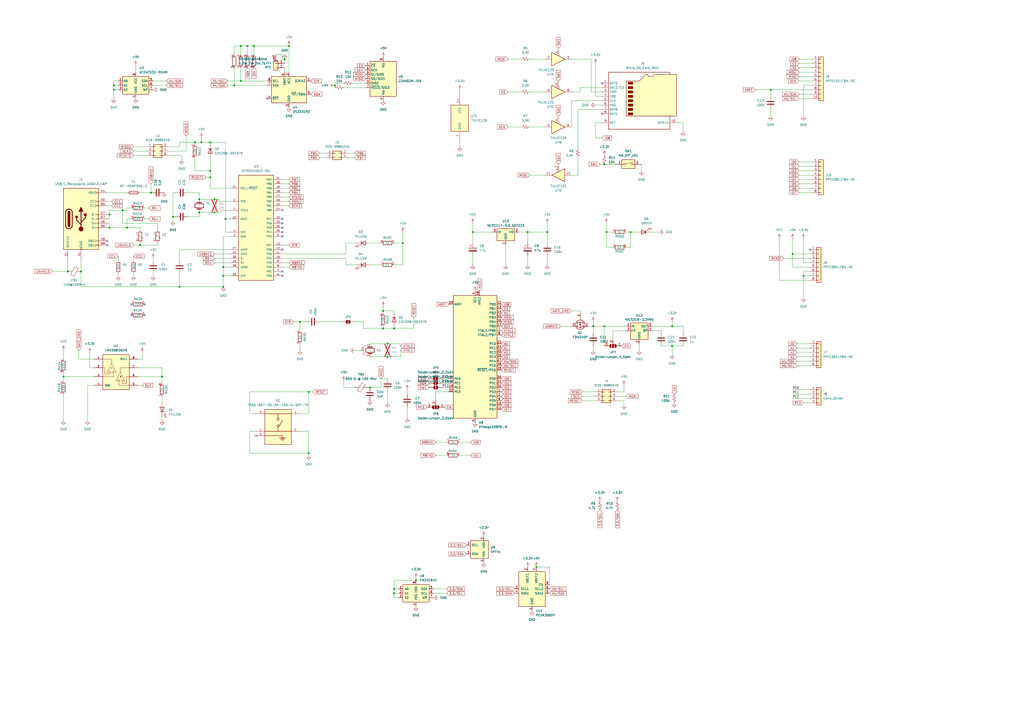
<source format=kicad_sch>
(kicad_sch (version 20250114) (generator "eeschema") (generator_version "9.0")
  (paper "A2")
  (title_block (title "Multiduino v2") (date "2026-02-18") (rev "1") (company "Outback Electronics"))
  (junction (at 466.09 160.02))
  (junction (at 36.83 218.44))
  (junction (at 222.25 180.34))
  (junction (at 46.99 157.48))
  (junction (at 129.54 166.37))
  (junction (at 165.1 34.29))
  (junction (at 447.04 52.07))
  (junction (at 135.89 49.53))
  (junction (at 179.07 227.33))
  (junction (at 350.52 95.25))
  (junction (at 124.46 115.57))
  (junction (at 73.66 132.08))
  (junction (at 121.92 82.55))
  (junction (at 228.6 344.17))
  (junction (at 228.6 341.63))
  (junction (at 228.6 190.5))
  (junction (at 124.46 123.19))
  (junction (at 66.04 49.53))
  (junction (at 104.14 166.37))
  (junction (at 139.7 26.67))
  (junction (at 121.92 99.06))
  (junction (at 63.5 132.08))
  (junction (at 233.68 140.97))
  (junction (at 344.17 189.23))
  (junction (at 365.76 134.62))
  (junction (at 139.7 46.99))
  (junction (at 317.5 134.62))
  (junction (at 173.99 186.69))
  (junction (at 115.57 115.57))
  (junction (at 71.12 121.92))
  (junction (at 129.54 160.02))
  (junction (at 39.37 157.48))
  (junction (at 130.81 127))
  (junction (at 214.63 224.79))
  (junction (at 93.98 218.44))
  (junction (at 389.89 200.66))
  (junction (at 100.33 125.73))
  (junction (at 459.74 147.32))
  (junction (at 241.3 336.55))
  (junction (at 389.89 189.23))
  (junction (at 222.25 190.5))
  (junction (at 143.51 26.67))
  (junction (at 350.52 189.23))
  (junction (at 113.03 82.55))
  (junction (at 115.57 123.19))
  (junction (at 121.92 102.87))
  (junction (at 224.79 207.01))
  (junction (at 224.79 199.39))
  (junction (at 147.32 26.67))
  (junction (at 63.5 124.46))
  (junction (at 194.31 49.53))
  (junction (at 167.64 26.67))
  (junction (at 116.84 82.55))
  (junction (at 311.15 328.93))
  (junction (at 66.04 52.07))
  (junction (at 129.54 154.94))
  (junction (at 179.07 262.89))
  (junction (at 274.32 134.62))
  (junction (at 351.79 134.62))
  (junction (at 306.07 134.62))
  (junction (at 87.63 111.76))
  (junction (at 81.28 142.24))
  (no_connect (at 163.83 144.78))
  (no_connect (at 154.94 57.15))
  (no_connect (at 163.83 129.54))
  (no_connect (at 163.83 121.92))
  (no_connect (at 349.25 48.26))
  (no_connect (at 62.23 139.7))
  (no_connect (at 83.82 176.53))
  (no_connect (at 163.83 157.48))
  (no_connect (at 76.2 176.53))
  (no_connect (at 62.23 142.24))
  (no_connect (at 76.2 182.88))
  (no_connect (at 349.25 66.04))
  (no_connect (at 163.83 132.08))
  (no_connect (at 148.59 252.73))
  (no_connect (at 83.82 182.88))
  (no_connect (at 469.9 144.78))
  (no_connect (at 163.83 137.16))
  (no_connect (at 163.83 134.62))
  (no_connect (at 163.83 160.02))
  (no_connect (at 163.83 127))
  (wire (pts (xy 325.12 189.23) (xy 331.47 189.23)))
  (wire (pts (xy 144.78 227.33) (xy 179.07 227.33)))
  (wire (pts (xy 210.82 186.69) (xy 205.74 186.69)))
  (wire (pts (xy 463.55 106.68) (xy 471.17 106.68)))
  (wire (pts (xy 104.14 144.78) (xy 104.14 151.13)))
  (wire (pts (xy 135.89 26.67) (xy 139.7 26.67)))
  (wire (pts (xy 66.04 49.53) (xy 66.04 52.07)))
  (wire (pts (xy 363.22 229.87) (xy 358.14 229.87)))
  (wire (pts (xy 231.14 341.63) (xy 228.6 341.63)))
  (wire (pts (xy 179.07 227.33) (xy 179.07 240.03)))
  (wire (pts (xy 163.83 34.29) (xy 165.1 34.29)))
  (wire (pts (xy 76.2 127) (xy 73.66 127)))
  (wire (pts (xy 459.74 147.32) (xy 469.9 147.32)))
  (wire (pts (xy 331.47 34.29) (xy 342.9 34.29)))
  (wire (pts (xy 228.6 180.34) (xy 222.25 180.34)))
  (wire (pts (xy 240.03 190.5) (xy 228.6 190.5)))
  (wire (pts (xy 124.46 152.4) (xy 133.35 152.4)))
  (wire (pts (xy 115.57 115.57) (xy 124.46 115.57)))
  (wire (pts (xy 336.55 53.34) (xy 331.47 53.34)))
  (wire (pts (xy 349.25 80.01) (xy 345.44 80.01)))
  (wire (pts (xy 224.79 233.68) (xy 224.79 227.33)))
  (wire (pts (xy 317.5 153.67) (xy 317.5 148.59)))
  (wire (pts (xy 167.64 26.67) (xy 167.64 41.91)))
  (wire (pts (xy 194.31 48.26) (xy 194.31 49.53)))
  (wire (pts (xy 78.74 38.1) (xy 78.74 41.91)))
  (wire (pts (xy 200.66 153.67) (xy 207.01 153.67)))
  (wire (pts (xy 147.32 26.67) (xy 167.64 26.67)))
  (wire (pts (xy 331.47 73.66) (xy 331.47 58.42)))
  (wire (pts (xy 121.92 102.87) (xy 121.92 99.06)))
  (wire (pts (xy 130.81 127) (xy 130.81 134.62)))
  (wire (pts (xy 306.07 134.62) (xy 300.99 134.62)))
  (wire (pts (xy 256.54 219.71) (xy 260.35 219.71)))
  (wire (pts (xy 355.6 191.77) (xy 363.22 191.77)))
  (wire (pts (xy 349.25 50.8) (xy 336.55 50.8)))
  (wire (pts (xy 463.55 34.29) (xy 471.17 34.29)))
  (wire (pts (xy 144.78 262.89) (xy 144.78 250.19)))
  (wire (pts (xy 93.98 229.87) (xy 93.98 233.68)))
  (wire (pts (xy 130.81 82.55) (xy 121.92 82.55)))
  (wire (pts (xy 337.82 227.33) (xy 345.44 227.33)))
  (wire (pts (xy 167.64 111.76) (xy 163.83 111.76)))
  (wire (pts (xy 452.12 162.56) (xy 469.9 162.56)))
  (wire (pts (xy 116.84 80.01) (xy 116.84 82.55)))
  (wire (pts (xy 344.17 189.23) (xy 350.52 189.23)))
  (wire (pts (xy 113.03 83.82) (xy 113.03 82.55)))
  (wire (pts (xy 341.63 189.23) (xy 344.17 189.23)))
  (wire (pts (xy 344.17 193.04) (xy 344.17 189.23)))
  (wire (pts (xy 260.35 227.33) (xy 252.73 227.33)))
  (wire (pts (xy 82.55 208.28) (xy 80.01 208.28)))
  (wire (pts (xy 236.22 226.06) (xy 236.22 228.6)))
  (wire (pts (xy 63.5 124.46) (xy 62.23 124.46)))
  (wire (pts (xy 466.09 233.68) (xy 469.9 233.68)))
  (wire (pts (xy 173.99 191.77) (xy 173.99 186.69)))
  (wire (pts (xy 66.04 46.99) (xy 66.04 49.53)))
  (wire (pts (xy 100.33 111.76) (xy 101.6 111.76)))
  (wire (pts (xy 36.83 243.84) (xy 36.83 228.6)))
  (wire (pts (xy 342.9 53.34) (xy 349.25 53.34)))
  (wire (pts (xy 167.64 114.3) (xy 163.83 114.3)))
  (wire (pts (xy 274.32 129.54) (xy 274.32 134.62)))
  (wire (pts (xy 383.54 200.66) (xy 389.89 200.66)))
  (wire (pts (xy 132.08 49.53) (xy 135.89 49.53)))
  (wire (pts (xy 241.3 335.28) (xy 241.3 336.55)))
  (wire (pts (xy 331.47 101.6) (xy 335.28 101.6)))
  (wire (pts (xy 317.5 134.62) (xy 317.5 129.54)))
  (wire (pts (xy 256.54 224.79) (xy 260.35 224.79)))
  (wire (pts (xy 143.51 26.67) (xy 147.32 26.67)))
  (wire (pts (xy 369.57 134.62) (xy 365.76 134.62)))
  (wire (pts (xy 81.28 140.97) (xy 81.28 142.24)))
  (wire (pts (xy 163.83 31.75) (xy 163.83 34.29)))
  (wire (pts (xy 68.58 160.02) (xy 68.58 158.75)))
  (wire (pts (xy 173.99 203.2) (xy 173.99 199.39)))
  (wire (pts (xy 361.95 223.52) (xy 361.95 227.33)))
  (wire (pts (xy 62.23 127) (xy 63.5 127)))
  (wire (pts (xy 129.54 160.02) (xy 129.54 166.37)))
  (wire (pts (xy 306.07 134.62) (xy 317.5 134.62)))
  (wire (pts (xy 73.66 121.92) (xy 71.12 121.92)))
  (wire (pts (xy 462.28 199.39) (xy 469.9 199.39)))
  (wire (pts (xy 347.98 95.25) (xy 350.52 95.25)))
  (wire (pts (xy 469.9 154.94) (xy 459.74 154.94)))
  (wire (pts (xy 86.36 120.65) (xy 83.82 120.65)))
  (wire (pts (xy 199.39 48.26) (xy 194.31 48.26)))
  (wire (pts (xy 331.47 58.42) (xy 349.25 58.42)))
  (wire (pts (xy 167.64 119.38) (xy 163.83 119.38)))
  (wire (pts (xy 121.92 82.55) (xy 116.84 82.55)))
  (wire (pts (xy 361.95 227.33) (xy 358.14 227.33)))
  (wire (pts (xy 204.47 48.26) (xy 212.09 48.26)))
  (wire (pts (xy 205.74 91.44) (xy 201.93 91.44)))
  (wire (pts (xy 82.55 204.47) (xy 82.55 208.28)))
  (wire (pts (xy 358.14 232.41) (xy 361.95 232.41)))
  (wire (pts (xy 382.27 134.62) (xy 377.19 134.62)))
  (wire (pts (xy 293.37 153.67) (xy 293.37 142.24)))
  (wire (pts (xy 463.55 104.14) (xy 471.17 104.14)))
  (wire (pts (xy 113.03 91.44) (xy 113.03 99.06)))
  (wire (pts (xy 91.44 142.24) (xy 91.44 140.97)))
  (wire (pts (xy 73.66 127) (xy 73.66 132.08)))
  (wire (pts (xy 463.55 96.52) (xy 471.17 96.52)))
  (wire (pts (xy 214.63 224.79) (xy 220.98 224.79)))
  (wire (pts (xy 462.28 207.01) (xy 469.9 207.01)))
  (wire (pts (xy 63.5 127) (xy 63.5 124.46)))
  (wire (pts (xy 30.48 157.48) (xy 39.37 157.48)))
  (wire (pts (xy 105.41 90.17) (xy 105.41 92.71)))
  (wire (pts (xy 213.36 224.79) (xy 214.63 224.79)))
  (wire (pts (xy 135.89 31.75) (xy 135.89 26.67)))
  (wire (pts (xy 233.68 140.97) (xy 233.68 153.67)))
  (wire (pts (xy 222.25 190.5) (xy 222.25 189.23)))
  (wire (pts (xy 233.68 134.62) (xy 233.68 140.97)))
  (wire (pts (xy 463.55 36.83) (xy 471.17 36.83)))
  (wire (pts (xy 81.28 142.24) (xy 91.44 142.24)))
  (wire (pts (xy 36.83 218.44) (xy 36.83 215.9)))
  (wire (pts (xy 91.44 133.35) (xy 91.44 129.54)))
  (wire (pts (xy 62.23 132.08) (xy 63.5 132.08)))
  (wire (pts (xy 224.79 199.39) (xy 232.41 199.39)))
  (wire (pts (xy 63.5 132.08) (xy 63.5 129.54)))
  (wire (pts (xy 233.68 153.67) (xy 228.6 153.67)))
  (wire (pts (xy 307.34 34.29) (xy 316.23 34.29)))
  (wire (pts (xy 396.24 200.66) (xy 389.89 200.66)))
  (wire (pts (xy 129.54 160.02) (xy 133.35 160.02)))
  (wire (pts (xy 52.07 213.36) (xy 54.61 213.36)))
  (wire (pts (xy 351.79 134.62) (xy 355.6 134.62)))
  (wire (pts (xy 469.9 231.14) (xy 459.74 231.14)))
  (wire (pts (xy 97.79 90.17) (xy 105.41 90.17)))
  (wire (pts (xy 130.81 127) (xy 133.35 127)))
  (wire (pts (xy 165.1 34.29) (xy 165.1 36.83)))
  (wire (pts (xy 124.46 147.32) (xy 133.35 147.32)))
  (wire (pts (xy 165.1 39.37) (xy 165.1 41.91)))
  (wire (pts (xy 194.31 49.53) (xy 194.31 50.8)))
  (wire (pts (xy 351.79 143.51) (xy 355.6 143.51)))
  (wire (pts (xy 73.66 120.65) (xy 76.2 120.65)))
  (wire (pts (xy 199.39 224.79) (xy 199.39 220.98)))
  (wire (pts (xy 361.95 232.41) (xy 361.95 234.95)))
  (wire (pts (xy 463.55 101.6) (xy 471.17 101.6)))
  (wire (pts (xy 370.84 203.2) (xy 370.84 199.39)))
  (wire (pts (xy 71.12 121.92) (xy 63.5 121.92)))
  (wire (pts (xy 66.04 52.07) (xy 66.04 57.15)))
  (wire (pts (xy 342.9 34.29) (xy 342.9 53.34)))
  (wire (pts (xy 266.7 52.07) (xy 266.7 55.88)))
  (wire (pts (xy 86.36 127) (xy 83.82 127)))
  (wire (pts (xy 163.83 147.32) (xy 200.66 147.32)))
  (wire (pts (xy 351.79 134.62) (xy 351.79 143.51)))
  (wire (pts (xy 350.52 95.25) (xy 356.87 95.25)))
  (wire (pts (xy 104.14 166.37) (xy 104.14 158.75)))
  (wire (pts (xy 167.64 152.4) (xy 163.83 152.4)))
  (wire (pts (xy 179.07 240.03) (xy 173.99 240.03)))
  (wire (pts (xy 205.74 203.2) (xy 209.55 203.2)))
  (wire (pts (xy 179.07 262.89) (xy 144.78 262.89)))
  (wire (pts (xy 129.54 154.94) (xy 129.54 160.02)))
  (wire (pts (xy 307.34 101.6) (xy 316.23 101.6)))
  (wire (pts (xy 466.09 160.02) (xy 466.09 157.48)))
  (wire (pts (xy 232.41 200.66) (xy 232.41 199.39)))
  (wire (pts (xy 139.7 26.67) (xy 143.51 26.67)))
  (wire (pts (xy 200.66 140.97) (xy 207.01 140.97)))
  (wire (pts (xy 252.73 227.33) (xy 252.73 232.41)))
  (wire (pts (xy 97.79 85.09) (xy 104.14 85.09)))
  (wire (pts (xy 462.28 209.55) (xy 469.9 209.55)))
  (wire (pts (xy 63.5 121.92) (xy 63.5 124.46)))
  (wire (pts (xy 355.6 191.77) (xy 355.6 196.85)))
  (wire (pts (xy 133.35 137.16) (xy 129.54 137.16)))
  (wire (pts (xy 396.24 193.04) (xy 396.24 189.23)))
  (wire (pts (xy 147.32 26.67) (xy 147.32 31.75)))
  (wire (pts (xy 62.23 111.76) (xy 73.66 111.76)))
  (wire (pts (xy 383.54 193.04) (xy 383.54 191.77)))
  (wire (pts (xy 68.58 148.59) (xy 68.58 151.13)))
  (wire (pts (xy 469.9 228.6) (xy 459.74 228.6)))
  (wire (pts (xy 115.57 123.19) (xy 124.46 123.19)))
  (wire (pts (xy 463.55 44.45) (xy 471.17 44.45)))
  (wire (pts (xy 54.61 218.44) (xy 36.83 218.44)))
  (wire (pts (xy 93.98 218.44) (xy 93.98 222.25)))
  (wire (pts (xy 306.07 153.67) (xy 306.07 148.59)))
  (wire (pts (xy 77.47 85.09) (xy 85.09 85.09)))
  (wire (pts (xy 466.09 49.53) (xy 471.17 49.53)))
  (wire (pts (xy 173.99 250.19) (xy 179.07 250.19)))
  (wire (pts (xy 241.3 336.55) (xy 228.6 336.55)))
  (wire (pts (xy 80.01 218.44) (xy 93.98 218.44)))
  (wire (pts (xy 337.82 232.41) (xy 345.44 232.41)))
  (wire (pts (xy 396.24 189.23) (xy 389.89 189.23)))
  (wire (pts (xy 214.63 199.39) (xy 224.79 199.39)))
  (wire (pts (xy 466.09 160.02) (xy 469.9 160.02)))
  (wire (pts (xy 179.07 250.19) (xy 179.07 262.89)))
  (wire (pts (xy 466.09 49.53) (xy 466.09 67.31)))
  (wire (pts (xy 220.98 219.71) (xy 224.79 219.71)))
  (wire (pts (xy 132.08 46.99) (xy 139.7 46.99)))
  (wire (pts (xy 93.98 213.36) (xy 93.98 218.44)))
  (wire (pts (xy 214.63 140.97) (xy 220.98 140.97)))
  (wire (pts (xy 189.23 91.44) (xy 185.42 91.44)))
  (wire (pts (xy 133.35 154.94) (xy 129.54 154.94)))
  (wire (pts (xy 214.63 153.67) (xy 220.98 153.67)))
  (wire (pts (xy 274.32 153.67) (xy 274.32 148.59)))
  (wire (pts (xy 124.46 149.86) (xy 133.35 149.86)))
  (wire (pts (xy 363.22 143.51) (xy 365.76 143.51)))
  (wire (pts (xy 104.14 82.55) (xy 104.14 85.09)))
  (wire (pts (xy 447.04 67.31) (xy 447.04 63.5)))
  (wire (pts (xy 163.83 149.86) (xy 200.66 149.86)))
  (wire (pts (xy 121.92 91.44) (xy 121.92 99.06)))
  (wire (pts (xy 66.04 46.99) (xy 68.58 46.99)))
  (wire (pts (xy 52.07 204.47) (xy 52.07 213.36)))
  (wire (pts (xy 77.47 148.59) (xy 77.47 151.13)))
  (wire (pts (xy 93.98 243.84) (xy 93.98 241.3)))
  (wire (pts (xy 66.04 52.07) (xy 68.58 52.07)))
  (wire (pts (xy 115.57 115.57) (xy 115.57 111.76)))
  (wire (pts (xy 466.09 138.43) (xy 466.09 152.4)))
  (wire (pts (xy 50.8 243.84) (xy 50.8 223.52)))
  (wire (pts (xy 135.89 49.53) (xy 154.94 49.53)))
  (wire (pts (xy 307.34 73.66) (xy 316.23 73.66)))
  (wire (pts (xy 113.03 99.06) (xy 121.92 99.06)))
  (wire (pts (xy 274.32 140.97) (xy 274.32 134.62)))
  (wire (pts (xy 104.14 82.55) (xy 113.03 82.55)))
  (wire (pts (xy 77.47 142.24) (xy 81.28 142.24)))
  (wire (pts (xy 462.28 204.47) (xy 469.9 204.47)))
  (wire (pts (xy 228.6 189.23) (xy 228.6 190.5)))
  (wire (pts (xy 466.09 157.48) (xy 469.9 157.48)))
  (wire (pts (xy 88.9 160.02) (xy 88.9 158.75)))
  (wire (pts (xy 77.47 160.02) (xy 77.47 158.75)))
  (wire (pts (xy 81.28 132.08) (xy 73.66 132.08)))
  (wire (pts (xy 200.66 147.32) (xy 200.66 140.97)))
  (wire (pts (xy 463.55 99.06) (xy 471.17 99.06)))
  (wire (pts (xy 133.35 121.92) (xy 128.27 121.92)))
  (wire (pts (xy 139.7 26.67) (xy 139.7 31.75)))
  (wire (pts (xy 167.64 104.14) (xy 163.83 104.14)))
  (wire (pts (xy 107.95 78.74) (xy 107.95 87.63)))
  (wire (pts (xy 121.92 109.22) (xy 121.92 102.87)))
  (wire (pts (xy 139.7 46.99) (xy 154.94 46.99)))
  (wire (pts (xy 259.08 341.63) (xy 251.46 341.63)))
  (wire (pts (xy 200.66 149.86) (xy 200.66 153.67)))
  (wire (pts (xy 46.99 166.37) (xy 104.14 166.37)))
  (wire (pts (xy 96.52 49.53) (xy 88.9 49.53)))
  (wire (pts (xy 396.24 76.2) (xy 396.24 71.12)))
  (wire (pts (xy 228.6 346.71) (xy 231.14 346.71)))
  (wire (pts (xy 365.76 134.62) (xy 363.22 134.62)))
  (wire (pts (xy 144.78 250.19) (xy 148.59 250.19)))
  (wire (pts (xy 294.64 73.66) (xy 302.26 73.66)))
  (wire (pts (xy 274.32 134.62) (xy 285.75 134.62)))
  (wire (pts (xy 452.12 138.43) (xy 452.12 162.56)))
  (wire (pts (xy 228.6 341.63) (xy 228.6 344.17)))
  (wire (pts (xy 77.47 90.17) (xy 85.09 90.17)))
  (wire (pts (xy 463.55 109.22) (xy 471.17 109.22)))
  (wire (pts (xy 205.74 88.9) (xy 201.93 88.9)))
  (wire (pts (xy 129.54 137.16) (xy 129.54 154.94)))
  (wire (pts (xy 365.76 143.51) (xy 365.76 134.62)))
  (wire (pts (xy 335.28 91.44) (xy 335.28 101.6)))
  (wire (pts (xy 306.07 134.62) (xy 306.07 140.97)))
  (wire (pts (xy 462.28 201.93) (xy 469.9 201.93)))
  (wire (pts (xy 307.34 53.34) (xy 316.23 53.34)))
  (wire (pts (xy 266.7 81.28) (xy 266.7 85.09)))
  (wire (pts (xy 87.63 106.68) (xy 87.63 111.76)))
  (wire (pts (xy 167.64 142.24) (xy 163.83 142.24)))
  (wire (pts (xy 224.79 207.01) (xy 232.41 207.01)))
  (wire (pts (xy 214.63 207.01) (xy 224.79 207.01)))
  (wire (pts (xy 447.04 55.88) (xy 447.04 52.07)))
  (wire (pts (xy 462.28 212.09) (xy 469.9 212.09)))
  (wire (pts (xy 100.33 111.76) (xy 100.33 125.73)))
  (wire (pts (xy 115.57 111.76) (xy 109.22 111.76)))
  (wire (pts (xy 273.05 256.54) (xy 266.7 256.54)))
  (wire (pts (xy 128.27 121.92) (xy 128.27 123.19)))
  (wire (pts (xy 344.17 200.66) (xy 344.17 203.2)))
  (wire (pts (xy 383.54 191.77) (xy 378.46 191.77)))
  (wire (pts (xy 345.44 36.83) (xy 345.44 55.88)))
  (wire (pts (xy 350.52 189.23) (xy 363.22 189.23)))
  (wire (pts (xy 317.5 140.97) (xy 317.5 134.62)))
  (wire (pts (xy 378.46 189.23) (xy 389.89 189.23)))
  (wire (pts (xy 372.11 99.06) (xy 372.11 95.25)))
  (wire (pts (xy 36.83 220.98) (xy 36.83 218.44)))
  (wire (pts (xy 81.28 132.08) (xy 81.28 133.35)))
  (wire (pts (xy 71.12 129.54) (xy 91.44 129.54)))
  (wire (pts (xy 66.04 49.53) (xy 68.58 49.53)))
  (wire (pts (xy 36.83 203.2) (xy 36.83 208.28)))
  (wire (pts (xy 466.09 172.72) (xy 466.09 160.02)))
  (wire (pts (xy 109.22 125.73) (xy 115.57 125.73)))
  (wire (pts (xy 133.35 109.22) (xy 121.92 109.22)))
  (wire (pts (xy 336.55 50.8) (xy 336.55 53.34)))
  (wire (pts (xy 100.33 125.73) (xy 101.6 125.73)))
  (wire (pts (xy 73.66 132.08) (xy 63.5 132.08)))
  (wire (pts (xy 135.89 39.37) (xy 135.89 49.53)))
  (wire (pts (xy 80.01 213.36) (xy 93.98 213.36)))
  (wire (pts (xy 199.39 224.79) (xy 205.74 224.79)))
  (wire (pts (xy 127 116.84) (xy 127 115.57)))
  (wire (pts (xy 228.6 181.61) (xy 228.6 180.34)))
  (wire (pts (xy 121.92 83.82) (xy 121.92 82.55)))
  (wire (pts (xy 104.14 166.37) (xy 129.54 166.37)))
  (wire (pts (xy 232.41 203.2) (xy 232.41 207.01)))
  (wire (pts (xy 170.18 186.69) (xy 173.99 186.69)))
  (wire (pts (xy 463.55 111.76) (xy 471.17 111.76)))
  (wire (pts (xy 46.99 149.86) (xy 46.99 157.48)))
  (wire (pts (xy 73.66 120.65) (xy 73.66 121.92)))
  (wire (pts (xy 144.78 227.33) (xy 144.78 240.03)))
  (wire (pts (xy 256.54 222.25) (xy 260.35 222.25)))
  (wire (pts (xy 318.77 339.09) (xy 318.77 328.93)))
  (wire (pts (xy 45.72 208.28) (xy 54.61 208.28)))
  (wire (pts (xy 273.05 264.16) (xy 266.7 264.16)))
  (wire (pts (xy 345.44 55.88) (xy 349.25 55.88)))
  (wire (pts (xy 344.17 186.69) (xy 344.17 189.23)))
  (wire (pts (xy 71.12 129.54) (xy 71.12 121.92)))
  (wire (pts (xy 463.55 39.37) (xy 471.17 39.37)))
  (wire (pts (xy 463.55 46.99) (xy 471.17 46.99)))
  (wire (pts (xy 222.25 190.5) (xy 210.82 190.5)))
  (wire (pts (xy 345.44 60.96) (xy 349.25 60.96)))
  (wire (pts (xy 143.51 26.67) (xy 143.51 31.75)))
  (wire (pts (xy 447.04 52.07) (xy 438.15 52.07)))
  (wire (pts (xy 119.38 102.87) (xy 121.92 102.87)))
  (wire (pts (xy 115.57 125.73) (xy 115.57 123.19)))
  (wire (pts (xy 351.79 129.54) (xy 351.79 134.62)))
  (wire (pts (xy 46.99 157.48) (xy 46.99 166.37)))
  (wire (pts (xy 331.47 180.34) (xy 336.55 180.34)))
  (wire (pts (xy 222.25 177.8) (xy 222.25 180.34)))
  (wire (pts (xy 173.99 186.69) (xy 177.8 186.69)))
  (wire (pts (xy 81.28 111.76) (xy 87.63 111.76)))
  (wire (pts (xy 179.07 227.33) (xy 181.61 227.33)))
  (wire (pts (xy 463.55 57.15) (xy 471.17 57.15)))
  (wire (pts (xy 88.9 149.86) (xy 88.9 151.13)))
  (wire (pts (xy 185.42 186.69) (xy 198.12 186.69)))
  (wire (pts (xy 228.6 344.17) (xy 228.6 346.71)))
  (wire (pts (xy 45.72 203.2) (xy 45.72 208.28)))
  (wire (pts (xy 167.64 116.84) (xy 163.83 116.84)))
  (wire (pts (xy 389.89 186.69) (xy 389.89 189.23)))
  (wire (pts (xy 199.39 50.8) (xy 212.09 50.8)))
  (wire (pts (xy 337.82 229.87) (xy 345.44 229.87)))
  (wire (pts (xy 463.55 41.91) (xy 471.17 41.91)))
  (wire (pts (xy 228.6 336.55) (xy 228.6 341.63)))
  (wire (pts (xy 396.24 71.12) (xy 392.43 71.12)))
  (wire (pts (xy 350.52 189.23) (xy 350.52 200.66)))
  (wire (pts (xy 259.08 264.16) (xy 252.73 264.16)))
  (wire (pts (xy 335.28 63.5) (xy 335.28 86.36)))
  (wire (pts (xy 220.98 219.71) (xy 220.98 224.79)))
  (wire (pts (xy 116.84 82.55) (xy 113.03 82.55)))
  (wire (pts (xy 228.6 344.17) (xy 231.14 344.17)))
  (wire (pts (xy 345.44 71.12) (xy 349.25 71.12)))
  (wire (pts (xy 82.55 223.52) (xy 80.01 223.52)))
  (wire (pts (xy 139.7 39.37) (xy 139.7 46.99)))
  (wire (pts (xy 463.55 93.98) (xy 471.17 93.98)))
  (wire (pts (xy 447.04 52.07) (xy 471.17 52.07)))
  (wire (pts (xy 345.44 80.01) (xy 345.44 71.12)))
  (wire (pts (xy 459.74 154.94) (xy 459.74 147.32)))
  (wire (pts (xy 179.07 264.16) (xy 179.07 262.89)))
  (wire (pts (xy 236.22 242.57) (xy 236.22 236.22)))
  (wire (pts (xy 64.77 119.38) (xy 62.23 119.38)))
  (wire (pts (xy 222.25 180.34) (xy 222.25 181.61)))
  (wire (pts (xy 39.37 149.86) (xy 39.37 157.48)))
  (wire (pts (xy 130.81 82.55) (xy 130.81 127)))
  (wire (pts (xy 259.08 344.17) (xy 251.46 344.17)))
  (wire (pts (xy 294.64 53.34) (xy 302.26 53.34)))
  (wire (pts (xy 100.33 128.27) (xy 100.33 125.73)))
  (wire (pts (xy 459.74 138.43) (xy 459.74 147.32)))
  (wire (pts (xy 454.66 149.86) (xy 469.9 149.86)))
  (wire (pts (xy 50.8 223.52) (xy 54.61 223.52)))
  (wire (pts (xy 124.46 115.57) (xy 127 115.57)))
  (wire (pts (xy 336.55 180.34) (xy 336.55 181.61)))
  (wire (pts (xy 228.6 140.97) (xy 233.68 140.97)))
  (wire (pts (xy 335.28 63.5) (xy 349.25 63.5)))
  (wire (pts (xy 228.6 190.5) (xy 222.25 190.5)))
  (wire (pts (xy 144.78 240.03) (xy 148.59 240.03)))
  (wire (pts (xy 466.09 152.4) (xy 469.9 152.4)))
  (wire (pts (xy 133.35 144.78) (xy 104.14 144.78)))
  (wire (pts (xy 97.79 87.63) (xy 107.95 87.63)))
  (wire (pts (xy 160.02 31.75) (xy 163.83 31.75)))
  (wire (pts (xy 77.47 87.63) (xy 85.09 87.63)))
  (wire (pts (xy 63.5 129.54) (xy 62.23 129.54)))
  (wire (pts (xy 240.03 184.15) (xy 240.03 190.5)))
  (wire (pts (xy 96.52 46.99) (xy 88.9 46.99)))
  (wire (pts (xy 167.64 154.94) (xy 163.83 154.94)))
  (wire (pts (xy 64.77 116.84) (xy 62.23 116.84)))
  (wire (pts (xy 259.08 256.54) (xy 252.73 256.54)))
  (wire (pts (xy 463.55 54.61) (xy 471.17 54.61)))
  (wire (pts (xy 167.64 106.68) (xy 163.83 106.68)))
  (wire (pts (xy 130.81 134.62) (xy 133.35 134.62)))
  (wire (pts (xy 469.9 226.06) (xy 459.74 226.06)))
  (wire (pts (xy 133.35 116.84) (xy 127 116.84)))
  (wire (pts (xy 185.42 88.9) (xy 189.23 88.9)))
  (wire (pts (xy 294.64 34.29) (xy 302.26 34.29)))
  (wire (pts (xy 167.64 109.22) (xy 163.83 109.22)))
  (wire (pts (xy 318.77 328.93) (xy 311.15 328.93)))
  (wire (pts (xy 124.46 123.19) (xy 128.27 123.19)))
  (wire (pts (xy 210.82 186.69) (xy 210.82 190.5)))
  (wire (pts (xy 389.89 200.66) (xy 389.89 205.74)))
  (label "PE2" (at 256.54 224.79 0))
  (label "PE0" (at 256.54 219.71 0))
  (label "PE1" (at 256.54 222.25 0))
  (label "PE2" (at 459.74 231.14 0))
  (label "PE0" (at 459.74 226.06 0))
  (label "PE1" (at 459.74 228.6 0))
  (global_label "A1" (shape input) (at 462.28 201.93 180) (property "Intersheetrefs" "${INTERSHEET_REFS}" (effects (hide yes))))
  (global_label "MOSI" (shape input) (at 212.09 43.18 180) (property "Intersheetrefs" "${INTERSHEET_REFS}" (effects (hide yes))))
  (global_label "A5{slash}SCL" (shape input) (at 290.83 212.09 0) (property "Intersheetrefs" "${INTERSHEET_REFS}" (effects (hide yes))))
  (global_label "MISO" (shape input) (at 337.82 227.33 180) (property "Intersheetrefs" "${INTERSHEET_REFS}" (effects (hide yes))))
  (global_label "IO3" (shape input) (at 463.55 101.6 180) (property "Intersheetrefs" "${INTERSHEET_REFS}" (effects (hide yes))))
  (global_label "SS" (shape input) (at 463.55 39.37 180) (property "Intersheetrefs" "${INTERSHEET_REFS}" (effects (hide yes))))
  (global_label "SCK2" (shape input) (at 167.64 119.38 0) (property "Intersheetrefs" "${INTERSHEET_REFS}" (effects (hide yes))))
  (global_label "RD+" (shape input) (at 124.46 152.4 180) (property "Intersheetrefs" "${INTERSHEET_REFS}" (effects (hide yes))))
  (global_label "RESET" (shape input) (at 240.03 184.15 90) (property "Intersheetrefs" "${INTERSHEET_REFS}" (effects (hide yes))))
  (global_label "32K" (shape input) (at 180.34 46.99 0) (property "Intersheetrefs" "${INTERSHEET_REFS}" (effects (hide yes))))
  (global_label "RESET2" (shape input) (at 77.47 90.17 180) (property "Intersheetrefs" "${INTERSHEET_REFS}" (effects (hide yes))))
  (global_label "SW1" (shape input) (at 347.98 95.25 180) (property "Intersheetrefs" "${INTERSHEET_REFS}" (effects (hide yes))))
  (global_label "IO0" (shape input) (at 290.83 219.71 0) (property "Intersheetrefs" "${INTERSHEET_REFS}" (effects (hide yes))))
  (global_label "IO8" (shape input) (at 463.55 34.29 180) (property "Intersheetrefs" "${INTERSHEET_REFS}" (effects (hide yes))))
  (global_label "IO0" (shape input) (at 463.55 93.98 180) (property "Intersheetrefs" "${INTERSHEET_REFS}" (effects (hide yes))))
  (global_label "MISO" (shape input) (at 463.55 44.45 180) (property "Intersheetrefs" "${INTERSHEET_REFS}" (effects (hide yes))))
  (global_label "A3" (shape input) (at 462.28 207.01 180) (property "Intersheetrefs" "${INTERSHEET_REFS}" (effects (hide yes))))
  (global_label "IO8" (shape input) (at 349.25 80.01 0) (property "Intersheetrefs" "${INTERSHEET_REFS}" (effects (hide yes))))
  (global_label "A1" (shape input) (at 290.83 201.93 0) (property "Intersheetrefs" "${INTERSHEET_REFS}" (effects (hide yes))))
  (global_label "RESET2" (shape input) (at 119.38 102.87 180) (property "Intersheetrefs" "${INTERSHEET_REFS}" (effects (hide yes))))
  (global_label "CS" (shape input) (at 290.83 179.07 0) (property "Intersheetrefs" "${INTERSHEET_REFS}" (effects (hide yes))))
  (global_label "M8TXD" (shape input) (at 252.73 264.16 180) (property "Intersheetrefs" "${INTERSHEET_REFS}" (effects (hide yes))))
  (global_label "SCK" (shape input) (at 337.82 229.87 180) (property "Intersheetrefs" "${INTERSHEET_REFS}" (effects (hide yes))))
  (global_label "USBVCC" (shape input) (at 87.63 106.68 90) (property "Intersheetrefs" "${INTERSHEET_REFS}" (effects (hide yes))))
  (global_label "RESET" (shape input) (at 454.66 149.86 180) (property "Intersheetrefs" "${INTERSHEET_REFS}" (effects (hide yes))))
  (global_label "USBVCC" (shape input) (at 124.46 147.32 180) (property "Intersheetrefs" "${INTERSHEET_REFS}" (effects (hide yes))))
  (global_label "RD-" (shape input) (at 124.46 149.86 180) (property "Intersheetrefs" "${INTERSHEET_REFS}" (effects (hide yes))))
  (global_label "CS" (shape input) (at 212.09 38.1 180) (property "Intersheetrefs" "${INTERSHEET_REFS}" (effects (hide yes))))
  (global_label "M8RXD" (shape input) (at 252.73 256.54 180) (property "Intersheetrefs" "${INTERSHEET_REFS}" (effects (hide yes))))
  (global_label "A2" (shape input) (at 462.28 204.47 180) (property "Intersheetrefs" "${INTERSHEET_REFS}" (effects (hide yes))))
  (global_label "3.3{slash}SDA" (shape input) (at 270.51 321.31 180) (property "Intersheetrefs" "${INTERSHEET_REFS}" (effects (hide yes))))
  (global_label "RD-" (shape input) (at 86.36 120.65 0) (property "Intersheetrefs" "${INTERSHEET_REFS}" (effects (hide yes))))
  (global_label "CS" (shape input) (at 463.55 36.83 180) (property "Intersheetrefs" "${INTERSHEET_REFS}" (effects (hide yes))))
  (global_label "PE3" (shape input) (at 247.65 236.22 180) (property "Intersheetrefs" "${INTERSHEET_REFS}" (effects (hide yes))))
  (global_label "MOSI2" (shape input) (at 167.64 116.84 0) (property "Intersheetrefs" "${INTERSHEET_REFS}" (effects (hide yes))))
  (global_label "MISO2" (shape input) (at 167.64 114.3 0) (property "Intersheetrefs" "${INTERSHEET_REFS}" (effects (hide yes))))
  (global_label "3.3{slash}SCL" (shape input) (at 270.51 316.23 180) (property "Intersheetrefs" "${INTERSHEET_REFS}" (effects (hide yes))))
  (global_label "A4{slash}SDA" (shape input) (at 462.28 209.55 180) (property "Intersheetrefs" "${INTERSHEET_REFS}" (effects (hide yes))))
  (global_label "RD+" (shape input) (at 86.36 127 0) (property "Intersheetrefs" "${INTERSHEET_REFS}" (effects (hide yes))))
  (global_label "SW1" (shape input) (at 323.85 67.31 90) (property "Intersheetrefs" "${INTERSHEET_REFS}" (effects (hide yes))))
  (global_label "MISO" (shape input) (at 307.34 101.6 180) (property "Intersheetrefs" "${INTERSHEET_REFS}" (effects (hide yes))))
  (global_label "SS" (shape input) (at 290.83 181.61 0) (property "Intersheetrefs" "${INTERSHEET_REFS}" (effects (hide yes))))
  (global_label "A5{slash}SCL" (shape input) (at 132.08 46.99 180) (property "Intersheetrefs" "${INTERSHEET_REFS}" (effects (hide yes))))
  (global_label "SCK" (shape input) (at 212.09 40.64 180) (property "Intersheetrefs" "${INTERSHEET_REFS}" (effects (hide yes))))
  (global_label "SW1" (shape input) (at 323.85 46.99 90) (property "Intersheetrefs" "${INTERSHEET_REFS}" (effects (hide yes))))
  (global_label "EN" (shape input) (at 360.68 200.66 0) (property "Intersheetrefs" "${INTERSHEET_REFS}" (effects (hide yes))))
  (global_label "AVCC" (shape input) (at 220.98 219.71 90) (property "Intersheetrefs" "${INTERSHEET_REFS}" (effects (hide yes))))
  (global_label "XTAL2" (shape input) (at 290.83 194.31 0) (property "Intersheetrefs" "${INTERSHEET_REFS}" (effects (hide yes))))
  (global_label "CC1" (shape input) (at 64.77 116.84 0) (property "Intersheetrefs" "${INTERSHEET_REFS}" (effects (hide yes))))
  (global_label "PB7" (shape input) (at 205.74 91.44 0) (property "Intersheetrefs" "${INTERSHEET_REFS}" (effects (hide yes))))
  (global_label "SCK2" (shape input) (at 77.47 87.63 180) (property "Intersheetrefs" "${INTERSHEET_REFS}" (effects (hide yes))))
  (global_label "SQW" (shape input) (at 180.34 54.61 0) (property "Intersheetrefs" "${INTERSHEET_REFS}" (effects (hide yes))))
  (global_label "32K" (shape input) (at 248.92 219.71 180) (property "Intersheetrefs" "${INTERSHEET_REFS}" (effects (hide yes))))
  (global_label "A0" (shape input) (at 290.83 199.39 0) (property "Intersheetrefs" "${INTERSHEET_REFS}" (effects (hide yes))))
  (global_label "XTAL2" (shape input) (at 232.41 200.66 0) (property "Intersheetrefs" "${INTERSHEET_REFS}" (effects (hide yes))))
  (global_label "USBVCC" (shape input) (at 325.12 189.23 180) (property "Intersheetrefs" "${INTERSHEET_REFS}" (effects (hide yes))))
  (global_label "IO4" (shape input) (at 290.83 229.87 0) (property "Intersheetrefs" "${INTERSHEET_REFS}" (effects (hide yes))))
  (global_label "MISO" (shape input) (at 212.09 45.72 180) (property "Intersheetrefs" "${INTERSHEET_REFS}" (effects (hide yes))))
  (global_label "XTAL1" (shape input) (at 232.41 203.2 0) (property "Intersheetrefs" "${INTERSHEET_REFS}" (effects (hide yes))))
  (global_label "A5{slash}SCL" (shape input) (at 462.28 212.09 180) (property "Intersheetrefs" "${INTERSHEET_REFS}" (effects (hide yes))))
  (global_label "MOSI" (shape input) (at 463.55 41.91 180) (property "Intersheetrefs" "${INTERSHEET_REFS}" (effects (hide yes))))
  (global_label "EN" (shape input) (at 257.81 236.22 0) (property "Intersheetrefs" "${INTERSHEET_REFS}" (effects (hide yes))))
  (global_label "SCK" (shape input) (at 82.55 223.52 0) (property "Intersheetrefs" "${INTERSHEET_REFS}" (effects (hide yes))))
  (global_label "32K" (shape input) (at 147.32 39.37 270) (property "Intersheetrefs" "${INTERSHEET_REFS}" (effects (hide yes))))
  (global_label "IO3" (shape input) (at 290.83 227.33 0) (property "Intersheetrefs" "${INTERSHEET_REFS}" (effects (hide yes))))
  (global_label "SW1" (shape input) (at 248.92 224.79 180) (property "Intersheetrefs" "${INTERSHEET_REFS}" (effects (hide yes))))
  (global_label "A4{slash}SDA" (shape input) (at 132.08 49.53 180) (property "Intersheetrefs" "${INTERSHEET_REFS}" (effects (hide yes))))
  (global_label "AREF" (shape input) (at 260.35 176.53 180) (property "Intersheetrefs" "${INTERSHEET_REFS}" (effects (hide yes))))
  (global_label "3.3{slash}SDA" (shape input) (at 358.14 295.91 270) (property "Intersheetrefs" "${INTERSHEET_REFS}" (effects (hide yes))))
  (global_label "PB7" (shape input) (at 167.64 104.14 0) (property "Intersheetrefs" "${INTERSHEET_REFS}" (effects (hide yes))))
  (global_label "IO6" (shape input) (at 290.83 234.95 0) (property "Intersheetrefs" "${INTERSHEET_REFS}" (effects (hide yes))))
  (global_label "A4{slash}SDA" (shape input) (at 96.52 46.99 0) (property "Intersheetrefs" "${INTERSHEET_REFS}" (effects (hide yes))))
  (global_label "A5{slash}SCL" (shape input) (at 96.52 49.53 0) (property "Intersheetrefs" "${INTERSHEET_REFS}" (effects (hide yes))))
  (global_label "SW1" (shape input) (at 323.85 27.94 90) (property "Intersheetrefs" "${INTERSHEET_REFS}" (effects (hide yes))))
  (global_label "IO2" (shape input) (at 290.83 224.79 0) (property "Intersheetrefs" "${INTERSHEET_REFS}" (effects (hide yes))))
  (global_label "SS" (shape input) (at 294.64 53.34 180) (property "Intersheetrefs" "${INTERSHEET_REFS}" (effects (hide yes))))
  (global_label "MOSI" (shape input) (at 294.64 34.29 180) (property "Intersheetrefs" "${INTERSHEET_REFS}" (effects (hide yes))))
  (global_label "A2" (shape input) (at 290.83 204.47 0) (property "Intersheetrefs" "${INTERSHEET_REFS}" (effects (hide yes))))
  (global_label "RESET" (shape input) (at 337.82 232.41 180) (property "Intersheetrefs" "${INTERSHEET_REFS}" (effects (hide yes))))
  (global_label "AREF" (shape input) (at 438.15 52.07 180) (property "Intersheetrefs" "${INTERSHEET_REFS}" (effects (hide yes))))
  (global_label "IO6" (shape input) (at 463.55 109.22 180) (property "Intersheetrefs" "${INTERSHEET_REFS}" (effects (hide yes))))
  (global_label "A5{slash}SCL" (shape input) (at 318.77 341.63 0) (property "Intersheetrefs" "${INTERSHEET_REFS}" (effects (hide yes))))
  (global_label "IO1" (shape input) (at 463.55 96.52 180) (property "Intersheetrefs" "${INTERSHEET_REFS}" (effects (hide yes))))
  (global_label "XTAL1" (shape input) (at 290.83 191.77 0) (property "Intersheetrefs" "${INTERSHEET_REFS}" (effects (hide yes))))
  (global_label "USHIELD" (shape input) (at 30.48 157.48 180) (property "Intersheetrefs" "${INTERSHEET_REFS}" (effects (hide yes))))
  (global_label "A5{slash}SCL" (shape input) (at 463.55 57.15 180) (property "Intersheetrefs" "${INTERSHEET_REFS}" (effects (hide yes))))
  (global_label "IO7" (shape input) (at 290.83 237.49 0) (property "Intersheetrefs" "${INTERSHEET_REFS}" (effects (hide yes))))
  (global_label "GATE_CMD" (shape input) (at 331.47 180.34 180) (property "Intersheetrefs" "${INTERSHEET_REFS}" (effects (hide yes))))
  (global_label "IO5" (shape input) (at 290.83 232.41 0) (property "Intersheetrefs" "${INTERSHEET_REFS}" (effects (hide yes))))
  (global_label "IO1" (shape input) (at 290.83 222.25 0) (property "Intersheetrefs" "${INTERSHEET_REFS}" (effects (hide yes))))
  (global_label "USHIELD" (shape input) (at 77.47 142.24 180) (property "Intersheetrefs" "${INTERSHEET_REFS}" (effects (hide yes))))
  (global_label "DTR" (shape input) (at 170.18 186.69 180) (property "Intersheetrefs" "${INTERSHEET_REFS}" (effects (hide yes))))
  (global_label "CC1" (shape input) (at 68.58 148.59 180) (property "Intersheetrefs" "${INTERSHEET_REFS}" (effects (hide yes))))
  (global_label "RESET" (shape input) (at 290.83 214.63 0) (property "Intersheetrefs" "${INTERSHEET_REFS}" (effects (hide yes))))
  (global_label "A4{slash}SDA" (shape input) (at 290.83 209.55 0) (property "Intersheetrefs" "${INTERSHEET_REFS}" (effects (hide yes))))
  (global_label "PB4" (shape input) (at 167.64 111.76 0) (property "Intersheetrefs" "${INTERSHEET_REFS}" (effects (hide yes))))
  (global_label "EN" (shape input) (at 391.16 228.6 90) (property "Intersheetrefs" "${INTERSHEET_REFS}" (effects (hide yes))))
  (global_label "IO8" (shape input) (at 290.83 176.53 0) (property "Intersheetrefs" "${INTERSHEET_REFS}" (effects (hide yes))))
  (global_label "M8RXD" (shape input) (at 167.64 152.4 0) (property "Intersheetrefs" "${INTERSHEET_REFS}" (effects (hide yes))))
  (global_label "IO2" (shape input) (at 463.55 99.06 180) (property "Intersheetrefs" "${INTERSHEET_REFS}" (effects (hide yes))))
  (global_label "MOSI" (shape input) (at 290.83 184.15 0) (property "Intersheetrefs" "${INTERSHEET_REFS}" (effects (hide yes))))
  (global_label "M8TXD" (shape input) (at 167.64 154.94 0) (property "Intersheetrefs" "${INTERSHEET_REFS}" (effects (hide yes))))
  (global_label "SCK" (shape input) (at 290.83 189.23 0) (property "Intersheetrefs" "${INTERSHEET_REFS}" (effects (hide yes))))
  (global_label "3.3{slash}SCL" (shape input) (at 347.98 295.91 270) (property "Intersheetrefs" "${INTERSHEET_REFS}" (effects (hide yes))))
  (global_label "A4{slash}SDA" (shape input) (at 318.77 344.17 0) (property "Intersheetrefs" "${INTERSHEET_REFS}" (effects (hide yes))))
  (global_label "A4{slash}SDA" (shape input) (at 463.55 54.61 180) (property "Intersheetrefs" "${INTERSHEET_REFS}" (effects (hide yes))))
  (global_label "IO7" (shape input) (at 463.55 111.76 180) (property "Intersheetrefs" "${INTERSHEET_REFS}" (effects (hide yes))))
  (global_label "PB6" (shape input) (at 205.74 88.9 0) (property "Intersheetrefs" "${INTERSHEET_REFS}" (effects (hide yes))))
  (global_label "PB6" (shape input) (at 167.64 106.68 0) (property "Intersheetrefs" "${INTERSHEET_REFS}" (effects (hide yes))))
  (global_label "IO0" (shape input) (at 273.05 256.54 0) (property "Intersheetrefs" "${INTERSHEET_REFS}" (effects (hide yes))))
  (global_label "SCK" (shape input) (at 463.55 46.99 180) (property "Intersheetrefs" "${INTERSHEET_REFS}" (effects (hide yes))))
  (global_label "MOSI" (shape input) (at 363.22 229.87 0) (property "Intersheetrefs" "${INTERSHEET_REFS}" (effects (hide yes))))
  (global_label "A0" (shape input) (at 462.28 199.39 180) (property "Intersheetrefs" "${INTERSHEET_REFS}" (effects (hide yes))))
  (global_label "PE3" (shape input) (at 466.09 233.68 180) (property "Intersheetrefs" "${INTERSHEET_REFS}" (effects (hide yes))))
  (global_label "PB5" (shape input) (at 185.42 91.44 180) (property "Intersheetrefs" "${INTERSHEET_REFS}" (effects (hide yes))))
  (global_label "AVCC" (shape input) (at 278.13 168.91 90) (property "Intersheetrefs" "${INTERSHEET_REFS}" (effects (hide yes))))
  (global_label "A3" (shape input) (at 290.83 207.01 0) (property "Intersheetrefs" "${INTERSHEET_REFS}" (effects (hide yes))))
  (global_label "PB4" (shape input) (at 185.42 88.9 180) (property "Intersheetrefs" "${INTERSHEET_REFS}" (effects (hide yes))))
  (global_label "IO1" (shape input) (at 273.05 264.16 0) (property "Intersheetrefs" "${INTERSHEET_REFS}" (effects (hide yes))))
  (global_label "SCK" (shape input) (at 294.64 73.66 180) (property "Intersheetrefs" "${INTERSHEET_REFS}" (effects (hide yes))))
  (global_label "RESET" (shape input) (at 181.61 227.33 0) (property "Intersheetrefs" "${INTERSHEET_REFS}" (effects (hide yes))))
  (global_label "IO5" (shape input) (at 463.55 106.68 180) (property "Intersheetrefs" "${INTERSHEET_REFS}" (effects (hide yes))))
  (global_label "3.3{slash}SDA" (shape input) (at 259.08 341.63 0) (property "Intersheetrefs" "${INTERSHEET_REFS}" (effects (hide yes))))
  (global_label "MOSI2" (shape input) (at 107.95 78.74 90) (property "Intersheetrefs" "${INTERSHEET_REFS}" (effects (hide yes))))
  (global_label "SQW" (shape input) (at 248.92 222.25 180) (property "Intersheetrefs" "${INTERSHEET_REFS}" (effects (hide yes))))
  (global_label "MISO" (shape input) (at 290.83 186.69 0) (property "Intersheetrefs" "${INTERSHEET_REFS}" (effects (hide yes))))
  (global_label "DTR" (shape input) (at 167.64 142.24 0) (property "Intersheetrefs" "${INTERSHEET_REFS}" (effects (hide yes))))
  (global_label "SW1" (shape input) (at 323.85 95.25 90) (property "Intersheetrefs" "${INTERSHEET_REFS}" (effects (hide yes))))
  (global_label "CC2" (shape input) (at 77.47 148.59 0) (property "Intersheetrefs" "${INTERSHEET_REFS}" (effects (hide yes))))
  (global_label "IO4" (shape input) (at 463.55 104.14 180) (property "Intersheetrefs" "${INTERSHEET_REFS}" (effects (hide yes))))
  (global_label "PB5" (shape input) (at 167.64 109.22 0) (property "Intersheetrefs" "${INTERSHEET_REFS}" (effects (hide yes))))
  (global_label "CC2" (shape input) (at 64.77 119.38 0) (property "Intersheetrefs" "${INTERSHEET_REFS}" (effects (hide yes))))
  (global_label "SQW" (shape input) (at 143.51 39.37 270) (property "Intersheetrefs" "${INTERSHEET_REFS}" (effects (hide yes))))
  (global_label "MISO2" (shape input) (at 77.47 85.09 180) (property "Intersheetrefs" "${INTERSHEET_REFS}" (effects (hide yes))))
  (global_label "GATE_CMD" (shape input) (at 45.72 203.2 90) (property "Intersheetrefs" "${INTERSHEET_REFS}" (effects (hide yes))))
  (global_label "3.3{slash}SCL" (shape input) (at 298.45 341.63 180) (property "Intersheetrefs" "${INTERSHEET_REFS}" (effects (hide yes))))
  (global_label "3.3{slash}SDA" (shape input) (at 298.45 344.17 180) (property "Intersheetrefs" "${INTERSHEET_REFS}" (effects (hide yes))))
  (global_label "3.3{slash}SCL" (shape input) (at 259.08 344.17 0) (property "Intersheetrefs" "${INTERSHEET_REFS}" (effects (hide yes))))
  (symbol (lib_name "GND_1") (lib_id "power:GND") (at 396.24 76.2 0) (unit 1)
    (property "Reference" "#PWR062" (effects (hide yes)))
    (property "Value" "GND" (at 396.24 81.28 0))
    (property "Description" "Power symbol creates a global label with name \"GND\" , ground" (effects (hide yes)))
  )
  (symbol (lib_id "power:GND") (at 466.09 172.72 0) (unit 1)
    (property "Reference" "#PWR068" (effects (hide yes)))
    (property "Value" "GND" (at 466.09 177.8 0))
    (property "Description" "Power symbol creates a global label with name \"GND\" , ground" (effects (hide yes)))
  )
  (symbol (lib_id "power:+5V") (at 361.95 223.52 0) (unit 1)
    (property "Reference" "#PWR055" (effects (hide yes)))
    (property "Value" "+5V" (at 361.95 218.44 0))
    (property "Description" "Power symbol creates a global label with name \"+5V\"" (effects (hide yes)))
  )
  (symbol (lib_id "Device:C") (at 214.63 228.6 0) (unit 1)
    (property "Reference" "C14" (at 220.472 227.33 0))
    (property "Value" "1uF" (at 220.472 229.87 0))
    (property "Footprint" "Capacitor_SMD:C_0603_1608Metric" (effects (hide yes)))
    (property "Description" "Unpolarized capacitor" (effects (hide yes)))
  )
  (symbol (lib_id "Device:C") (at 317.5 144.78 0) (unit 1)
    (property "Reference" "C10" (at 321.31 143.5099 0) (effects (justify left)))
    (property "Value" "100n" (at 321.31 146.0499 0) (effects (justify left)))
    (property "Footprint" "Capacitor_SMD:C_0603_1608Metric" (effects (hide yes)))
    (property "Description" "Unpolarized capacitor" (effects (hide yes)))
  )
  (symbol (lib_id "power:+5V") (at 236.22 226.06 0) (unit 1)
    (property "Reference" "#PWR030" (effects (hide yes)))
    (property "Value" "+5V" (at 236.22 220.98 0))
    (property "Description" "Power symbol creates a global label with name \"+5V\"" (effects (hide yes)))
  )
  (symbol (lib_id "Device:R_Pack04_Split") (at 147.32 35.56 180) (unit 1)
    (property "Reference" "RN4" (at 149.86 34.2899 0) (effects (justify right)))
    (property "Value" "4.7k" (at 149.86 36.8299 0) (effects (justify right)))
    (property "Footprint" "Resistor_SMD:R_Array_Convex_4x0603" (effects (hide yes)))
    (property "Description" "4 resistor network, parallel topology, split" (effects (hide yes)))
  )
  (symbol (lib_id "Arduino Uno SMD:LMV358IDGKR") (at 67.31 215.9 0) (unit 1)
    (property "Reference" "U1" (at 67.31 200.66 0))
    (property "Value" "LMV358IDGKR" (at 67.31 203.2 0))
    (property "Footprint" "Package_SO:MSOP-8_3x3mm_P0.65mm" (effects (hide yes)))
    (property "PARTREV" "X" (effects (hide yes)))
    (property "MANUFACTURER" "Texas Instruments" (effects (hide yes)))
    (property "MAXIMUM_PACKAGE_HEIGHT" "1.1mm" (effects (hide yes)))
    (property "STANDARD" "IPC-7351B" (effects (hide yes)))
  )
  (symbol (lib_name "GND_1") (lib_id "power:GND") (at 241.3 351.79 0) (unit 1)
    (property "Reference" "#PWR033" (effects (hide yes)))
    (property "Value" "GND" (at 241.3 356.87 0))
    (property "Description" "Power symbol creates a global label with name \"GND\" , ground" (effects (hide yes)))
  )
  (symbol (lib_id "Connector:USB_C_Receptacle_USB2.0_16P") (at 46.99 127 0) (unit 1)
    (property "Reference" "J1" (at 46.99 104.14 0))
    (property "Value" "USB_C_Receptacle_USB2.0_16P" (at 46.99 106.68 0))
    (property "Footprint" "Connector_USB:USB_C_Receptacle_GCT_USB4105-xx-A_16P_TopMnt_Horizontal" (effects (hide yes)))
    (property "Datasheet" "https://www.usb.org/sites/default/files/documents/usb_type-c.zip" (effects (hide yes)))
    (property "Description" "USB 2.0-only 16P Type-C Receptacle connector" (effects (hide yes)))
  )
  (symbol (lib_name "GND_1") (lib_id "power:GND") (at 251.46 346.71 90) (unit 1)
    (property "Reference" "#PWR034" (effects (hide yes)))
    (property "Value" "GND" (at 255.27 346.7099 90) (effects (justify right)))
    (property "Description" "Power symbol creates a global label with name \"GND\" , ground" (effects (hide yes)))
  )
  (symbol (lib_name "GND_1") (lib_id "power:GND") (at 167.64 62.23 0) (unit 1)
    (property "Reference" "#PWR020" (effects (hide yes)))
    (property "Value" "GND" (at 167.64 67.31 0))
    (property "Description" "Power symbol creates a global label with name \"GND\" , ground" (effects (hide yes)))
  )
  (symbol (lib_id "Device:R_Small_US") (at 196.85 50.8 90) (unit 1)
    (property "Reference" "R13" (at 196.85 44.45 90))
    (property "Value" "10k" (at 196.85 46.99 90))
    (property "Footprint" "Resistor_SMD:R_0201_0603Metric" (effects (hide yes)))
    (property "Description" "Resistor, small US symbol" (effects (hide yes)))
  )
  (symbol (lib_id "power:+5V") (at 222.25 177.8 0) (unit 1)
    (property "Reference" "#PWR027" (effects (hide yes)))
    (property "Value" "+5V" (at 222.25 172.72 0))
    (property "Description" "Power symbol creates a global label with name \"+5V\"" (effects (hide yes)))
  )
  (symbol (lib_name "GND_1") (lib_id "power:GND") (at 66.04 57.15 0) (unit 1)
    (property "Reference" "#PWR05" (effects (hide yes)))
    (property "Value" "GND" (at 66.04 62.23 0))
    (property "Description" "Power symbol creates a global label with name \"GND\" , ground" (effects (hide yes)))
  )
  (symbol (lib_id "Connector:Micro_SD_Card_Det1") (at 372.11 58.42 0) (unit 1)
    (property "Reference" "J5" (at 372.745 36.83 0))
    (property "Value" "Micro_SD_Card_Det1" (at 372.745 39.37 0))
    (property "Footprint" "Connector_Card:microSD_HC_Hirose_DM3D-SF" (effects (hide yes)))
    (property "Datasheet" "https://datasheet.lcsc.com/lcsc/2110151630_XKB-Connectivity-XKTF-015-N_C381082.pdf" (effects (hide yes)))
    (property "Description" "Micro SD Card Socket with one card detection pin" (effects (hide yes)))
  )
  (symbol (lib_id "Device:LED") (at 93.98 237.49 90) (unit 1)
    (property "Reference" "D1" (at 97.79 237.8074 90) (effects (justify right)))
    (property "Value" "YELLOW" (at 97.79 240.3474 90) (effects (justify right)))
    (property "Footprint" "LED_SMD:LED_0805_2012Metric" (effects (hide yes)))
    (property "Description" "Light emitting diode" (effects (hide yes)))
    (property "Sim.Pins" "1=K 2=A" (effects (hide yes)))
  )
  (symbol (lib_id "Device:C") (at 224.79 223.52 0) (unit 1)
    (property "Reference" "C6" (at 230.632 222.25 0))
    (property "Value" "100n" (at 230.632 224.79 0))
    (property "Footprint" "Capacitor_SMD:C_0603_1608Metric" (effects (hide yes)))
    (property "Description" "Unpolarized capacitor" (effects (hide yes)))
  )
  (symbol (lib_id "power:+5V") (at 116.84 80.01 0) (unit 1)
    (property "Reference" "#PWR017" (effects (hide yes)))
    (property "Value" "+5V" (at 116.84 74.93 0))
    (property "Description" "Power symbol creates a global label with name \"+5V\"" (effects (hide yes)))
  )
  (symbol (lib_id "power:GND") (at 236.22 242.57 0) (unit 1)
    (property "Reference" "#PWR031" (effects (hide yes)))
    (property "Value" "GND" (at 236.22 247.65 0))
    (property "Description" "Power symbol creates a global label with name \"GND\" , ground" (effects (hide yes)))
  )
  (symbol (lib_id "power:+3.3V") (at 345.44 36.83 0) (unit 1)
    (property "Reference" "#PWR052" (effects (hide yes)))
    (property "Value" "+3.3V" (at 345.44 31.75 0))
    (property "Description" "Power symbol creates a global label with name \"+3.3V\"" (effects (hide yes)))
  )
  (symbol (lib_id "power:GND") (at 361.95 234.95 0) (unit 1)
    (property "Reference" "#PWR056" (effects (hide yes)))
    (property "Value" "GND" (at 361.95 240.03 0))
    (property "Description" "Power symbol creates a global label with name \"GND\" , ground" (effects (hide yes)))
  )
  (symbol (lib_id "power:GND") (at 93.98 243.84 0) (unit 1)
    (property "Reference" "#PWR014" (effects (hide yes)))
    (property "Value" "GND" (at 93.98 248.92 0))
    (property "Description" "Power symbol creates a global label with name \"GND\" , ground" (effects (hide yes)))
  )
  (symbol (lib_id "Device:R") (at 224.79 203.2 0) (unit 1) (dnp yes)
    (property "Reference" "R4" (at 227.33 201.9299 0) (effects (justify left)))
    (property "Value" "1M" (at 227.33 204.4699 0) (effects (justify left)))
    (property "Footprint" "Resistor_SMD:R_0603_1608Metric" (effects (hide yes)))
    (property "Description" "Resistor" (effects (hide yes)))
  )
  (symbol (lib_id "Device:R_Pack04_Split") (at 135.89 35.56 180) (unit 4)
    (property "Reference" "RN4" (at 138.43 34.2899 0) (effects (justify right)))
    (property "Value" "4.7k" (at 138.43 36.8299 0) (effects (justify right)))
    (property "Footprint" "Resistor_SMD:R_Array_Convex_4x0603" (effects (hide yes)))
    (property "Description" "4 resistor network, parallel topology, split" (effects (hide yes)))
  )
  (symbol (lib_id "power:GND") (at 382.27 134.62 90) (unit 1)
    (property "Reference" "#PWR059" (effects (hide yes)))
    (property "Value" "GND" (at 386.08 134.6199 90) (effects (justify right)))
    (property "Description" "Power symbol creates a global label with name \"GND\" , ground" (effects (hide yes)))
  )
  (symbol (lib_id "power:+3.3V") (at 358.14 290.83 0) (unit 1)
    (property "Reference" "#PWR072" (effects (hide yes)))
    (property "Value" "+3.3V" (at 358.14 285.75 0))
    (property "Description" "Power symbol creates a global label with name \"+3.3V\"" (effects (hide yes)))
  )
  (symbol (lib_name "GND_1") (lib_id "power:GND") (at 372.11 99.06 0) (unit 1)
    (property "Reference" "#PWR058" (effects (hide yes)))
    (property "Value" "GND" (at 372.11 104.14 0))
    (property "Description" "Power symbol creates a global label with name \"GND\" , ground" (effects (hide yes)))
  )
  (symbol (lib_id "power:GND") (at 100.33 128.27 0) (unit 1)
    (property "Reference" "#PWR015" (effects (hide yes)))
    (property "Value" "GND" (at 100.33 133.35 0))
    (property "Description" "Power symbol creates a global label with name \"GND\" , ground" (effects (hide yes)))
  )
  (symbol (lib_id "power:+5V") (at 275.59 168.91 0) (unit 1)
    (property "Reference" "#PWR039" (effects (hide yes)))
    (property "Value" "+5V" (at 275.59 163.83 0))
    (property "Description" "Power symbol creates a global label with name \"+5V\"" (effects (hide yes)))
  )
  (symbol (lib_id "MCU_Microchip_ATmega:ATmega328PB-M") (at 275.59 207.01 0) (unit 1)
    (property "Reference" "U8" (at 277.7333 245.11 0) (effects (justify left)))
    (property "Value" "ATmega328PB-M" (at 277.7333 247.65 0) (effects (justify left)))
    (property "Footprint" "Package_DFN_QFN:QFN-32-1EP_5x5mm_P0.5mm_EP3.1x3.1mm" (effects (hide yes)))
    (property "Datasheet" "http://ww1.microchip.com/downloads/en/DeviceDoc/40001906C.pdf" (effects (hide yes)))
    (property "Description" "20MHz, 32kB Flash, 2kB SRAM, 1kB EEPROM, QFN-32" (effects (hide yes)))
  )
  (symbol (lib_id "Device:C") (at 447.04 59.69 0) (unit 1)
    (property "Reference" "C13" (at 441.198 58.42 0))
    (property "Value" "100n" (at 441.198 60.96 0))
    (property "Footprint" "Capacitor_SMD:C_0603_1608Metric" (effects (hide yes)))
    (property "Description" "Unpolarized capacitor" (effects (hide yes)))
  )
  (symbol (lib_id "power:+5V") (at 351.79 129.54 0) (unit 1)
    (property "Reference" "#PWR054" (effects (hide yes)))
    (property "Value" "+5V" (at 351.79 124.46 0))
    (property "Description" "Power symbol creates a global label with name \"+5V\"" (effects (hide yes)))
  )
  (symbol (lib_id "Device:C") (at 105.41 111.76 270) (unit 1)
    (property "Reference" "C3" (at 104.14 105.918 0))
    (property "Value" "22p" (at 106.68 105.918 0))
    (property "Footprint" "Capacitor_SMD:C_0603_1608Metric" (effects (hide yes)))
    (property "Description" "Unpolarized capacitor" (effects (hide yes)))
  )
  (symbol (lib_id "power:GND") (at 466.09 67.31 0) (unit 1)
    (property "Reference" "#PWR066" (effects (hide yes)))
    (property "Value" "GND" (at 466.09 72.39 0))
    (property "Description" "Power symbol creates a global label with name \"GND\" , ground" (effects (hide yes)))
  )
  (symbol (lib_id "power:GND") (at 95.25 111.76 0) (unit 1)
    (property "Reference" "#PWR075" (effects (hide yes)))
    (property "Value" "GND" (at 95.25 116.84 0))
    (property "Description" "Power symbol creates a global label with name \"GND\" , ground" (effects (hide yes)))
  )
  (symbol (lib_id "Device:R_Small_US") (at 347.98 293.37 0) (mirror y) (unit 1)
    (property "Reference" "R9" (at 345.44 292.0999 0) (effects (justify left)))
    (property "Value" "4.7k" (at 345.44 294.6399 0) (effects (justify left)))
    (property "Footprint" "Resistor_SMD:R_0201_0603Metric" (effects (hide yes)))
    (property "Description" "Resistor, small US symbol" (effects (hide yes)))
  )
  (symbol (lib_id "power:GND") (at 88.9 160.02 0) (unit 1)
    (property "Reference" "#PWR013" (effects (hide yes)))
    (property "Value" "GND" (at 88.9 165.1 0))
    (property "Description" "Power symbol creates a global label with name \"GND\" , ground" (effects (hide yes)))
  )
  (symbol (lib_id "Device:R_Pack04_Split") (at 143.51 35.56 180) (unit 3)
    (property "Reference" "RN4" (at 146.05 34.2899 0) (effects (justify right)))
    (property "Value" "4.7k" (at 146.05 36.8299 0) (effects (justify right)))
    (property "Footprint" "Resistor_SMD:R_Array_Convex_4x0603" (effects (hide yes)))
    (property "Description" "4 resistor network, parallel topology, split" (effects (hide yes)))
  )
  (symbol (lib_id "Device:C") (at 383.54 196.85 0) (unit 1)
    (property "Reference" "C15" (at 389.382 195.58 0))
    (property "Value" "100n" (at 389.382 198.12 0))
    (property "Footprint" "Capacitor_SMD:C_0603_1608Metric" (effects (hide yes)))
    (property "Description" "Unpolarized capacitor" (effects (hide yes)))
  )
  (symbol (lib_id "power:+5V") (at 82.55 204.47 0) (unit 1)
    (property "Reference" "#PWR010" (effects (hide yes)))
    (property "Value" "+5V" (at 82.55 199.39 0))
    (property "Description" "Power symbol creates a global label with name \"+5V\"" (effects (hide yes)))
  )
  (symbol (lib_id "Device:C") (at 344.17 196.85 180) (unit 1)
    (property "Reference" "C11" (at 347.98 195.58 0) (effects (justify right)))
    (property "Value" "100n" (at 347.98 198.12 0) (effects (justify right)))
    (property "Footprint" "Capacitor_SMD:C_0603_1608Metric" (effects (hide yes)))
    (property "Description" "Unpolarized capacitor" (effects (hide yes)))
  )
  (symbol (lib_id "Connector_Generic:Conn_01x08") (at 476.25 101.6 0) (unit 1)
    (property "Reference" "J10" (at 478.79 101.5999 0) (effects (justify left)))
    (property "Value" "PPTC081LFBN-RC" (at 478.79 104.1399 0) (effects (justify left)))
    (property "Footprint" "Connector_PinSocket_2.54mm:PinSocket_1x08_P2.54mm_Vertical" (effects (hide yes)))
    (property "Description" "Generic connector, single row, 01x08, script generated (kicad-library-utils/schlib/autogen/connector/)" (effects (hide yes)))
  )
  (symbol (lib_id "Device:R") (at 77.47 154.94 0) (unit 1)
    (property "Reference" "R2" (at 80.01 153.6699 0) (effects (justify left)))
    (property "Value" "5k1" (at 77.47 156.464 90) (effects (justify left)))
    (property "Footprint" "Resistor_SMD:R_0603_1608Metric" (effects (hide yes)))
    (property "Description" "Resistor" (effects (hide yes)))
  )
  (symbol (lib_name "SolderJumper_2_Open_1") (lib_id "Jumper:SolderJumper_2_Open") (at 252.73 219.71 0) (unit 1) (in_bom no)
    (property "Reference" "JP3" (at 252.73 213.36 0))
    (property "Value" "SolderJumper_2_Open" (at 252.73 215.9 0))
    (property "Footprint" "Jumper:SolderJumper-2_P1.3mm_Open_RoundedPad1.0x1.5mm" (effects (hide yes)))
    (property "Description" "Solder Jumper, 2-pole, open" (effects (hide yes)))
  )
  (symbol (lib_id "Connector_Generic:Conn_02x03_Odd_Even") (at 350.52 229.87 0) (unit 1)
    (property "Reference" "J4" (at 351.79 220.98 0))
    (property "Value" "M20-9980345" (at 351.79 223.52 0))
    (property "Footprint" "Connector_PinHeader_2.54mm:PinHeader_2x03_P2.54mm_Vertical" (effects (hide yes)))
    (property "Description" "Generic connector, double row, 02x03, odd/even pin numbering scheme (row 1 odd numbers, row 2 even numbers), script generated (kicad-library-utils/schlib/autogen/connector/)" (effects (hide yes)))
  )
  (symbol (lib_id "Arduino Uno SMD:ATMEGA16U2-MU") (at 148.59 134.62 0) (unit 1)
    (property "Reference" "U3" (at 148.59 96.52 0))
    (property "Value" "ATMEGA16U2-MU" (at 148.59 99.06 0))
    (property "Footprint" "Package_DFN_QFN:VQFN-32-1EP_5x5mm_P0.5mm_EP3.1x3.1mm" (effects (hide yes)))
    (property "MANUFACTURER" "Atmel" (effects (hide yes)))
  )
  (symbol (lib_id "Device:R_Small_US") (at 391.16 231.14 0) (mirror y) (unit 1)
    (property "Reference" "R11" (at 388.62 229.8699 0) (effects (justify left)))
    (property "Value" "100k" (at 388.62 232.4099 0) (effects (justify left)))
    (property "Footprint" "Resistor_SMD:R_0201_0603Metric" (effects (hide yes)))
    (property "Description" "Resistor, small US symbol" (effects (hide yes)))
  )
  (symbol (lib_id "Device:C_Polarized") (at 274.32 144.78 0) (unit 1)
    (property "Reference" "C8" (at 278.13 142.6209 0) (effects (justify left)))
    (property "Value" "47u" (at 278.13 145.1609 0) (effects (justify left)))
    (property "Footprint" "Arduino Uno SMD:CAP_EEHZA1E470P" (effects (hide yes)))
    (property "Description" "Polarized capacitor" (effects (hide yes)))
  )
  (symbol (lib_id "Interface:PCA9306DP") (at 308.61 341.63 0) (unit 1)
    (property "Reference" "U11" (at 310.7533 354.33 0) (effects (justify left)))
    (property "Value" "PCA9306DP" (at 310.7533 356.87 0) (effects (justify left)))
    (property "Footprint" "Package_SO:TSSOP-8_3x3mm_P0.65mm" (effects (hide yes)))
    (property "Datasheet" "https://www.nxp.com/docs/en/data-sheet/PCA9306.pdf" (effects (hide yes)))
    (property "Description" "Dual bidirectional I2C Bus and SMBus voltage level translator, TSSOP-8" (effects (hide yes)))
  )
  (symbol (lib_id "power:+5V") (at 199.39 220.98 0) (unit 1)
    (property "Reference" "#PWR023" (effects (hide yes)))
    (property "Value" "+5V" (at 199.39 215.9 0))
    (property "Description" "Power symbol creates a global label with name \"+5V\"" (effects (hide yes)))
  )
  (symbol (lib_id "Device:R_Small_US") (at 358.14 293.37 0) (mirror y) (unit 1)
    (property "Reference" "R10" (at 355.6 292.0999 0) (effects (justify left)))
    (property "Value" "4.7k" (at 355.6 294.6399 0) (effects (justify left)))
    (property "Footprint" "Resistor_SMD:R_0201_0603Metric" (effects (hide yes)))
    (property "Description" "Resistor, small US symbol" (effects (hide yes)))
  )
  (symbol (lib_id "Device:D") (at 121.92 87.63 270) (unit 1)
    (property "Reference" "D2" (at 124.46 86.3599 90) (effects (justify left)))
    (property "Value" "CD1206-S01575" (at 124.46 88.8999 90) (effects (justify left)))
    (property "Footprint" "Diode_SMD:D_1206_3216Metric" (effects (hide yes)))
    (property "Description" "Diode" (effects (hide yes)))
    (property "Sim.Device" "D" (effects (hide yes)))
    (property "Sim.Pins" "1=K 2=A" (effects (hide yes)))
  )
  (symbol (lib_id "Connector_Generic:Conn_02x03_Odd_Even") (at 90.17 87.63 0) (unit 1)
    (property "Reference" "J2" (at 91.44 78.74 0))
    (property "Value" "M20-9980345" (at 91.44 81.28 0))
    (property "Footprint" "Connector_PinHeader_2.54mm:PinHeader_2x03_P2.54mm_Vertical" (effects (hide yes)))
    (property "Description" "Generic connector, double row, 02x03, odd/even pin numbering scheme (row 1 odd numbers, row 2 even numbers), script generated (kicad-library-utils/schlib/autogen/connector/)" (effects (hide yes)))
  )
  (symbol (lib_id "power:GND") (at 275.59 245.11 0) (unit 1)
    (property "Reference" "#PWR040" (effects (hide yes)))
    (property "Value" "GND" (at 275.59 250.19 0))
    (property "Description" "Power symbol creates a global label with name \"GND\" , ground" (effects (hide yes)))
  )
  (symbol (lib_id "power:+3.3V") (at 306.07 328.93 0) (unit 1)
    (property "Reference" "#PWR045" (effects (hide yes)))
    (property "Value" "+3.3V" (at 306.07 323.85 0))
    (property "Description" "Power symbol creates a global label with name \"+3.3V\"" (effects (hide yes)))
  )
  (symbol (lib_id "Device:C") (at 91.44 111.76 270) (unit 1)
    (property "Reference" "C16" (at 90.17 105.918 0))
    (property "Value" "1uF" (at 92.71 105.918 0))
    (property "Footprint" "Capacitor_SMD:C_0603_1608Metric" (effects (hide yes)))
    (property "Description" "Unpolarized capacitor" (effects (hide yes)))
  )
  (symbol (lib_id "power:GND") (at 306.07 153.67 0) (unit 1)
    (property "Reference" "#PWR044" (effects (hide yes)))
    (property "Value" "GND" (at 306.07 158.75 0))
    (property "Description" "Power symbol creates a global label with name \"GND\" , ground" (effects (hide yes)))
  )
  (symbol (lib_id "Device:R_Pack04_Split") (at 113.03 87.63 180) (unit 3)
    (property "Reference" "RN1" (at 115.824 85.09 90) (effects (justify left)))
    (property "Value" "10k" (at 113.03 85.852 90) (effects (justify left)))
    (property "Footprint" "Resistor_SMD:R_Array_Convex_4x0603" (effects (hide yes)))
    (property "Description" "4 resistor network, parallel topology, split" (effects (hide yes)))
  )
  (symbol (lib_id "Connector_Generic:Conn_01x10") (at 476.25 44.45 0) (unit 1)
    (property "Reference" "J9" (at 478.79 44.4499 0) (effects (justify left)))
    (property "Value" "PPTC101LFBN-RC" (at 478.79 46.9899 0) (effects (justify left)))
    (property "Footprint" "Connector_PinSocket_2.54mm:PinSocket_1x10_P2.54mm_Vertical" (effects (hide yes)))
    (property "Description" "Generic connector, single row, 01x10, script generated (kicad-library-utils/schlib/autogen/connector/)" (effects (hide yes)))
  )
  (symbol (lib_name "GND_1") (lib_id "power:GND") (at 345.44 60.96 270) (unit 1)
    (property "Reference" "#PWR053" (effects (hide yes)))
    (property "Value" "GND" (at 341.63 60.9599 90) (effects (justify right)))
    (property "Description" "Power symbol creates a global label with name \"GND\" , ground" (effects (hide yes)))
  )
  (symbol (lib_id "power:GND") (at 179.07 264.16 0) (unit 1)
    (property "Reference" "#PWR022" (effects (hide yes)))
    (property "Value" "GND" (at 179.07 269.24 0))
    (property "Description" "Power symbol creates a global label with name \"GND\" , ground" (effects (hide yes)))
  )
  (symbol (lib_id "power:+5V") (at 222.25 33.02 0) (unit 1)
    (property "Reference" "#PWR025" (effects (hide yes)))
    (property "Value" "+5V" (at 222.25 27.94 0))
    (property "Description" "Power symbol creates a global label with name \"+5V\"" (effects (hide yes)))
  )
  (symbol (lib_id "power:+3.3V") (at 52.07 204.47 0) (unit 1)
    (property "Reference" "#PWR04" (effects (hide yes)))
    (property "Value" "+3.3V" (at 52.07 199.39 0))
    (property "Description" "Power symbol creates a global label with name \"+3.3V\"" (effects (hide yes)))
  )
  (symbol (lib_id "Regulator_Linear:NCP1117-5.0_SOT223") (at 293.37 134.62 0) (unit 1)
    (property "Reference" "U10" (at 293.37 128.27 0))
    (property "Value" "NCP1117-5.0_SOT223" (at 293.37 130.81 0))
    (property "Footprint" "Package_TO_SOT_SMD:SOT-223-3_TabPin2" (effects (hide yes)))
    (property "Datasheet" "http://www.onsemi.com/pub_link/Collateral/NCP1117-D.PDF" (effects (hide yes)))
    (property "Description" "1A Low drop-out regulator, Fixed Output 5V, SOT-223" (effects (hide yes)))
  )
  (symbol (lib_name "SolderJumper_2_Open_1") (lib_id "Jumper:SolderJumper_2_Open") (at 252.73 224.79 0) (unit 1) (in_bom no)
    (property "Reference" "JP5" (at 252.73 218.44 0))
    (property "Value" "SolderJumper_2_Open" (at 252.73 220.98 0))
    (property "Footprint" "Jumper:SolderJumper-2_P1.3mm_Open_RoundedPad1.0x1.5mm" (effects (hide yes)))
    (property "Description" "Solder Jumper, 2-pole, open" (effects (hide yes)))
  )
  (symbol (lib_id "power:GND") (at 129.54 166.37 0) (unit 1)
    (property "Reference" "#PWR069" (effects (hide yes)))
    (property "Value" "GND" (at 129.54 171.45 0))
    (property "Description" "Power symbol creates a global label with name \"GND\" , ground" (effects (hide yes)))
  )
  (symbol (lib_id "Device:R_Pack04_Split") (at 139.7 35.56 180) (unit 2)
    (property "Reference" "RN4" (at 142.24 34.2899 0) (effects (justify right)))
    (property "Value" "4.7k" (at 142.24 36.8299 0) (effects (justify right)))
    (property "Footprint" "Resistor_SMD:R_Array_Convex_4x0603" (effects (hide yes)))
    (property "Description" "4 resistor network, parallel topology, split" (effects (hide yes)))
  )
  (symbol (lib_id "power:+5V") (at 194.31 49.53 90) (unit 1)
    (property "Reference" "#PWR074" (effects (hide yes)))
    (property "Value" "+5V" (at 190.5 49.5299 90) (effects (justify left)))
    (property "Description" "Power symbol creates a global label with name \"+5V\"" (effects (hide yes)))
  )
  (symbol (lib_id "power:VCC") (at 274.32 129.54 0) (unit 1)
    (property "Reference" "#PWR037" (effects (hide yes)))
    (property "Value" "VCC" (at 274.32 124.46 0))
    (property "Description" "Power symbol creates a global label with name \"VCC\"" (effects (hide yes)))
  )
  (symbol (lib_name "GND_1") (lib_id "power:GND") (at 266.7 85.09 0) (unit 1)
    (property "Reference" "#PWR036" (effects (hide yes)))
    (property "Value" "GND" (at 266.7 90.17 0))
    (property "Description" "Power symbol creates a global label with name \"GND\" , ground" (effects (hide yes)))
  )
  (symbol (lib_id "Device:R_Pack04_Split") (at 359.41 143.51 270) (unit 3)
    (property "Reference" "RN5" (at 356.87 145.796 90) (effects (justify left)))
    (property "Value" "1k" (at 358.14 143.51 90) (effects (justify left)))
    (property "Footprint" "Resistor_SMD:R_Array_Convex_4x0603" (effects (hide yes)))
    (property "Description" "4 resistor network, parallel topology, split" (effects (hide yes)))
  )
  (symbol (lib_id "Device:R_Pack04_Split") (at 222.25 185.42 0) (unit 4)
    (property "Reference" "RN1" (at 224.79 187.96 90) (effects (justify left)))
    (property "Value" "10k" (at 222.25 187.198 90) (effects (justify left)))
    (property "Footprint" "Resistor_SMD:R_Array_Convex_4x0603" (effects (hide yes)))
    (property "Description" "4 resistor network, parallel topology, split" (effects (hide yes)))
  )
  (symbol (lib_id "Device:R_Pack04_Split") (at 224.79 140.97 90) (unit 3)
    (property "Reference" "RN3" (at 224.79 137.922 90))
    (property "Value" "1k" (at 224.79 140.97 90))
    (property "Footprint" "Resistor_SMD:R_Array_Convex_4x0603" (effects (hide yes)))
    (property "Description" "4 resistor network, parallel topology, split" (effects (hide yes)))
  )
  (symbol (lib_id "74xx:74LVC125") (at 323.85 34.29 0) (mirror x) (unit 1)
    (property "Reference" "U7" (at 319.278 43.18 0))
    (property "Value" "74LVC125" (at 316.738 40.64 0))
    (property "Footprint" "Package_SO:TSSOP-14_4.4x5mm_P0.65mm" (effects (hide yes)))
    (property "Datasheet" "http://www.ti.com/lit/gpn/sn74LVC125" (effects (hide yes)))
    (property "Description" "Quad buffer 3-State outputs" (effects (hide yes)))
  )
  (symbol (lib_id "Connector_Generic:Conn_01x04") (at 474.98 228.6 0) (unit 1)
    (property "Reference" "J8" (at 477.52 228.5999 0) (effects (justify left)))
    (property "Value" "Conn_01x04" (at 477.52 231.1399 0) (effects (justify left)))
    (property "Footprint" "Connector_PinSocket_2.54mm:PinSocket_1x04_P2.54mm_Vertical" (effects (hide yes)))
    (property "Description" "Generic connector, single row, 01x04, script generated (kicad-library-utils/schlib/autogen/connector/)" (effects (hide yes)))
  )
  (symbol (lib_id "Device:R_Pack04_Split") (at 80.01 176.53 90) (unit 2)
    (property "Reference" "RN2" (at 80.01 173.482 90))
    (property "Value" "22R" (at 80.01 176.53 90))
    (property "Footprint" "Resistor_SMD:R_Array_Convex_4x0603" (effects (hide yes)))
    (property "Description" "4 resistor network, parallel topology, split" (effects (hide yes)))
  )
  (symbol (lib_id "power:GND") (at 274.32 153.67 0) (unit 1)
    (property "Reference" "#PWR038" (effects (hide yes)))
    (property "Value" "GND" (at 274.32 158.75 0))
    (property "Description" "Power symbol creates a global label with name \"GND\" , ground" (effects (hide yes)))
  )
  (symbol (lib_id "Device:R_Pack04_Split") (at 36.83 212.09 180) (unit 1)
    (property "Reference" "RN1" (at 34.544 209.804 90) (effects (justify left)))
    (property "Value" "10k" (at 36.83 210.312 90) (effects (justify left)))
    (property "Footprint" "Resistor_SMD:R_Array_Convex_4x0603" (effects (hide yes)))
    (property "Description" "4 resistor network, parallel topology, split" (effects (hide yes)))
  )
  (symbol (lib_id "Device:R_Small_US") (at 304.8 73.66 90) (unit 1)
    (property "Reference" "R7" (at 304.8 67.31 90))
    (property "Value" "3.3K" (at 304.8 69.85 90))
    (property "Footprint" "Resistor_SMD:R_0201_0603Metric" (effects (hide yes)))
    (property "Description" "Resistor, small US symbol" (effects (hide yes)))
  )
  (symbol (lib_id "74xx:74LVC125") (at 323.85 101.6 180) (unit 4)
    (property "Reference" "U7" (at 323.85 110.49 0))
    (property "Value" "74LVC125" (at 323.85 107.95 0))
    (property "Footprint" "Package_SO:TSSOP-14_4.4x5mm_P0.65mm" (effects (hide yes)))
    (property "Datasheet" "http://www.ti.com/lit/gpn/sn74LVC125" (effects (hide yes)))
    (property "Description" "Quad buffer 3-State outputs" (effects (hide yes)))
  )
  (symbol (lib_id "Jumper:SolderJumper_2_Open") (at 201.93 186.69 0) (unit 1) (exclude_from_sim yes) (in_bom no)
    (property "Reference" "JP2" (at 201.93 183.896 0))
    (property "Value" "SolderJumper_2_Open" (effects (hide yes)))
    (property "Footprint" "Jumper:SolderJumper-2_P1.3mm_Open_Pad1.0x1.5mm" (effects (hide yes)))
    (property "Description" "Solder Jumper, 2-pole, open" (effects (hide yes)))
  )
  (symbol (lib_id "power:+3.3V") (at 266.7 52.07 0) (unit 1)
    (property "Reference" "#PWR035" (effects (hide yes)))
    (property "Value" "+3.3V" (at 266.7 46.99 0))
    (property "Description" "Power symbol creates a global label with name \"+3.3V\"" (effects (hide yes)))
  )
  (symbol (lib_id "power:GND") (at 447.04 67.31 0) (unit 1)
    (property "Reference" "#PWR063" (effects (hide yes)))
    (property "Value" "GND" (at 447.04 72.39 0))
    (property "Description" "Power symbol creates a global label with name \"GND\" , ground" (effects (hide yes)))
  )
  (symbol (lib_id "power:GND") (at 173.99 203.2 0) (unit 1)
    (property "Reference" "#PWR021" (effects (hide yes)))
    (property "Value" "GND" (at 173.99 208.28 0))
    (property "Description" "Power symbol creates a global label with name \"GND\" , ground" (effects (hide yes)))
  )
  (symbol (lib_id "Device:R_Pack04_Split") (at 93.98 226.06 0) (unit 1)
    (property "Reference" "RN3" (at 96.52 228.6 90) (effects (justify left)))
    (property "Value" "1k" (at 93.98 227.33 90) (effects (justify left)))
    (property "Footprint" "Resistor_SMD:R_Array_Convex_4x0603" (effects (hide yes)))
    (property "Description" "4 resistor network, parallel topology, split" (effects (hide yes)))
  )
  (symbol (lib_id "power:+5V") (at 88.9 149.86 0) (unit 1)
    (property "Reference" "#PWR012" (effects (hide yes)))
    (property "Value" "+5V" (at 88.9 144.78 0))
    (property "Description" "Power symbol creates a global label with name \"+5V\"" (effects (hide yes)))
  )
  (symbol (lib_id "Device:Varistor") (at 91.44 137.16 0) (unit 1)
    (property "Reference" "Z2" (at 93.98 136.0832 0) (effects (justify left)))
    (property "Value" "5pF@1MHz" (effects (hide yes)))
    (property "Footprint" "Resistor_SMD:R_0603_1608Metric" (effects (hide yes)))
    (property "Description" "Voltage dependent resistor" (effects (hide yes)))
    (property "Sim.Name" "kicad_builtin_varistor" (effects (hide yes)))
    (property "Sim.Device" "SUBCKT" (effects (hide yes)))
    (property "Sim.Pins" "1=A 2=B" (effects (hide yes)))
    (property "Sim.Params" "threshold=1k" (effects (hide yes)))
    (property "Sim.Library" "${KICAD9_SYMBOL_DIR}/Simulation_SPICE.sp" (effects (hide yes)))
  )
  (symbol (lib_id "Device:R_Small_US") (at 201.93 48.26 90) (unit 1)
    (property "Reference" "R12" (at 201.93 41.91 90))
    (property "Value" "10k" (at 201.93 44.45 90))
    (property "Footprint" "Resistor_SMD:R_0201_0603Metric" (effects (hide yes)))
    (property "Description" "Resistor, small US symbol" (effects (hide yes)))
  )
  (symbol (lib_id "power:GND") (at 77.47 160.02 0) (unit 1)
    (property "Reference" "#PWR07" (effects (hide yes)))
    (property "Value" "GND" (at 77.47 165.1 0))
    (property "Description" "Power symbol creates a global label with name \"GND\" , ground" (effects (hide yes)))
  )
  (symbol (lib_id "Device:LED") (at 210.82 153.67 0) (unit 1)
    (property "Reference" "D4" (at 209.2325 147.32 0))
    (property "Value" "YELLOW" (at 209.2325 149.86 0))
    (property "Footprint" "LED_SMD:LED_0805_2012Metric" (effects (hide yes)))
    (property "Description" "Light emitting diode" (effects (hide yes)))
    (property "Sim.Pins" "1=K 2=A" (effects (hide yes)))
  )
  (symbol (lib_id "power:+3.3V") (at 389.89 186.69 0) (unit 1)
    (property "Reference" "#PWR060" (effects (hide yes)))
    (property "Value" "+3.3V" (at 389.89 181.61 0))
    (property "Description" "Power symbol creates a global label with name \"+3.3V\"" (effects (hide yes)))
  )
  (symbol (lib_id "74xx:74LVC125") (at 266.7 68.58 0) (unit 5)
    (property "Reference" "U7" (at 273.05 67.3099 0) (effects (justify left)))
    (property "Value" "74LVC125" (at 273.05 69.8499 0) (effects (justify left)))
    (property "Footprint" "Package_SO:TSSOP-14_4.4x5mm_P0.65mm" (effects (hide yes)))
    (property "Datasheet" "http://www.ti.com/lit/gpn/sn74LVC125" (effects (hide yes)))
    (property "Description" "Quad buffer 3-State outputs" (effects (hide yes)))
  )
  (symbol (lib_id "Device:R_Small_US") (at 335.28 88.9 0) (mirror y) (unit 1)
    (property "Reference" "R8" (at 332.74 87.6299 0) (effects (justify left)))
    (property "Value" "3.3K" (at 332.74 90.1699 0) (effects (justify left)))
    (property "Footprint" "Resistor_SMD:R_0201_0603Metric" (effects (hide yes)))
    (property "Description" "Resistor, small US symbol" (effects (hide yes)))
  )
  (symbol (lib_id "Device:LED") (at 373.38 134.62 180) (unit 1)
    (property "Reference" "D6" (at 374.9675 127 0))
    (property "Value" "GREEN" (at 374.9675 129.54 0))
    (property "Footprint" "LED_SMD:LED_0805_2012Metric" (effects (hide yes)))
    (property "Description" "Light emitting diode" (effects (hide yes)))
    (property "Sim.Pins" "1=K 2=A" (effects (hide yes)))
  )
  (symbol (lib_id "Device:C_Polarized") (at 306.07 144.78 0) (unit 1)
    (property "Reference" "C9" (at 309.88 142.6209 0) (effects (justify left)))
    (property "Value" "47u" (at 309.88 145.1609 0) (effects (justify left)))
    (property "Footprint" "Arduino Uno SMD:CAP_EEHZA1E470P" (effects (hide yes)))
    (property "Description" "Polarized capacitor" (effects (hide yes)))
  )
  (symbol (lib_id "power:+3.3V") (at 280.67 311.15 0) (unit 1)
    (property "Reference" "#PWR041" (effects (hide yes)))
    (property "Value" "+3.3V" (at 280.67 306.07 0))
    (property "Description" "Power symbol creates a global label with name \"+3.3V\"" (effects (hide yes)))
  )
  (symbol (lib_id "Connector_Generic:Conn_01x06") (at 474.98 204.47 0) (unit 1)
    (property "Reference" "J7" (at 477.52 204.4699 0) (effects (justify left)))
    (property "Value" "PPTC061LFBN-RC" (at 477.52 207.0099 0) (effects (justify left)))
    (property "Footprint" "Connector_PinSocket_2.54mm:PinSocket_1x06_P2.54mm_Vertical" (effects (hide yes)))
    (property "Description" "Generic connector, single row, 01x06, script generated (kicad-library-utils/schlib/autogen/connector/)" (effects (hide yes)))
  )
  (symbol (lib_id "Device:R_Pack04_Split") (at 80.01 127 90) (unit 4)
    (property "Reference" "RN2" (at 82.296 124.206 90) (effects (justify left)))
    (property "Value" "22R" (at 81.788 127 90) (effects (justify left)))
    (property "Footprint" "Resistor_SMD:R_Array_Convex_4x0603" (effects (hide yes)))
    (property "Description" "4 resistor network, parallel topology, split" (effects (hide yes)))
  )
  (symbol (lib_id "power:+5V") (at 344.17 186.69 0) (unit 1)
    (property "Reference" "#PWR050" (effects (hide yes)))
    (property "Value" "+5V" (at 344.17 181.61 0))
    (property "Description" "Power symbol creates a global label with name \"+5V\"" (effects (hide yes)))
  )
  (symbol (lib_id "Device:R_Small_US") (at 304.8 34.29 90) (unit 1)
    (property "Reference" "R5" (at 304.8 27.94 90))
    (property "Value" "3.3K" (at 304.8 30.48 90))
    (property "Footprint" "Resistor_SMD:R_0201_0603Metric" (effects (hide yes)))
    (property "Description" "Resistor, small US symbol" (effects (hide yes)))
  )
  (symbol (lib_id "power:GND") (at 68.58 160.02 0) (unit 1)
    (property "Reference" "#PWR06" (effects (hide yes)))
    (property "Value" "GND" (at 68.58 165.1 0))
    (property "Description" "Power symbol creates a global label with name \"GND\" , ground" (effects (hide yes)))
  )
  (symbol (lib_id "Device:R") (at 68.58 154.94 0) (unit 1)
    (property "Reference" "R1" (at 71.12 153.6699 0) (effects (justify left)))
    (property "Value" "5k1" (at 68.58 156.464 90) (effects (justify left)))
    (property "Footprint" "Resistor_SMD:R_0603_1608Metric" (effects (hide yes)))
    (property "Description" "Resistor" (effects (hide yes)))
  )
  (symbol (lib_id "power:+3.3V") (at 466.09 138.43 0) (unit 1)
    (property "Reference" "#PWR067" (effects (hide yes)))
    (property "Value" "+3.3V" (at 466.09 133.35 0))
    (property "Description" "Power symbol creates a global label with name \"+3.3V\"" (effects (hide yes)))
  )
  (symbol (lib_id "Timer_RTC:DS3231MZ") (at 167.64 52.07 0) (unit 1)
    (property "Reference" "U4" (at 169.7833 62.23 0) (effects (justify left)))
    (property "Value" "DS3231MZ" (at 169.7833 64.77 0) (effects (justify left)))
    (property "Footprint" "Package_SO:SOIC-8_3.9x4.9mm_P1.27mm" (effects (hide yes)))
    (property "Datasheet" "http://datasheets.maximintegrated.com/en/ds/DS3231M.pdf" (effects (hide yes)))
    (property "Description" "±5ppm, I2C Real-Time Clock SOIC-8" (effects (hide yes)))
  )
  (symbol (lib_id "Memory_RAM:23AA02M-ISN") (at 222.25 45.72 0) (unit 1)
    (property "Reference" "U5" (at 231.14 44.4499 0) (effects (justify left)))
    (property "Value" "23AA02M-ISN" (at 231.14 46.9899 0) (effects (justify left)))
    (property "Footprint" "Package_SO:SOIC-8_3.9x4.9mm_P1.27mm" (effects (hide yes)))
    (property "Datasheet" "https://ww1.microchip.com/downloads/aemDocuments/documents/MPD/ProductDocuments/DataSheets/23AA02M-23LCV02M-2-Mbit-SPI-SDI-SQI-143-Mhz-Serial-RAM-DS20006861.pdf" (effects (hide yes)))
    (property "Description" "Microchip 2 Mbit SRAM Memory, up to 143MHz, 1.7-3.6V supply, SOIC-8" (effects (hide yes)))
  )
  (symbol (lib_id "Jumper:SolderJumper_3_Open") (at 252.73 236.22 180) (unit 1) (in_bom no)
    (property "Reference" "JP6" (at 252.73 240.03 0))
    (property "Value" "SolderJumper_3_Open" (at 252.73 242.57 0))
    (property "Footprint" "Jumper:SolderJumper-3_P1.3mm_Open_RoundedPad1.0x1.5mm_NumberLabels" (effects (hide yes)))
    (property "Description" "Solder Jumper, 3-pole, open" (effects (hide yes)))
  )
  (symbol (lib_id "Device:R_Pack04_Split") (at 262.89 264.16 90) (unit 1)
    (property "Reference" "RN5" (at 265.176 261.62 90) (effects (justify left)))
    (property "Value" "1k" (at 264.16 264.16 90) (effects (justify left)))
    (property "Footprint" "Resistor_SMD:R_Array_Convex_4x0603" (effects (hide yes)))
    (property "Description" "4 resistor network, parallel topology, split" (effects (hide yes)))
  )
  (symbol (lib_id "Device:R_Pack04_Split") (at 224.79 153.67 90) (unit 2)
    (property "Reference" "RN3" (at 224.79 150.622 90))
    (property "Value" "1k" (at 224.79 153.67 90))
    (property "Footprint" "Resistor_SMD:R_Array_Convex_4x0603" (effects (hide yes)))
    (property "Description" "4 resistor network, parallel topology, split" (effects (hide yes)))
  )
  (symbol (lib_name "GND_1") (lib_id "power:GND") (at 78.74 57.15 0) (unit 1)
    (property "Reference" "#PWR09" (effects (hide yes)))
    (property "Value" "GND" (at 78.74 62.23 0))
    (property "Description" "Power symbol creates a global label with name \"GND\" , ground" (effects (hide yes)))
  )
  (symbol (lib_id "Device:FerriteBead") (at 209.55 224.79 90) (unit 1)
    (property "Reference" "FB2" (at 209.4992 217.17 90))
    (property "Value" "600 Ω @ 100 MHz" (at 209.4992 219.71 90))
    (property "Footprint" "Inductor_SMD:L_0805_2012Metric" (effects (hide yes)))
    (property "Description" "Ferrite bead" (effects (hide yes)))
  )
  (symbol (lib_id "Device:R_Small_US") (at 350.52 92.71 0) (unit 1)
    (property "Reference" "R14" (at 353.06 91.4399 0) (effects (justify left)))
    (property "Value" "10k" (at 353.06 93.9799 0) (effects (justify left)))
    (property "Footprint" "Resistor_SMD:R_0201_0603Metric" (effects (hide yes)))
    (property "Description" "Resistor, small US symbol" (effects (hide yes)))
  )
  (symbol (lib_id "power:VCC") (at 452.12 138.43 0) (unit 1)
    (property "Reference" "#PWR064" (effects (hide yes)))
    (property "Value" "VCC" (at 452.12 133.35 0))
    (property "Description" "Power symbol creates a global label with name \"VCC\"" (effects (hide yes)))
  )
  (symbol (lib_id "Device:Crystal") (at 115.57 119.38 270) (unit 1)
    (property "Reference" "Y1" (at 119.38 118.1099 90) (effects (justify left)))
    (property "Value" "LFXTAL003240BULK" (effects (hide yes)))
    (property "Footprint" "Crystal:Crystal_HC49-4H_Vertical" (effects (hide yes)))
    (property "Description" "Two pin crystal" (effects (hide yes)))
  )
  (symbol (lib_name "GND_1") (lib_id "power:GND") (at 88.9 52.07 90) (unit 1)
    (property "Reference" "#PWR011" (effects (hide yes)))
    (property "Value" "GND" (at 92.71 52.0699 90) (effects (justify right)))
    (property "Description" "Power symbol creates a global label with name \"GND\" , ground" (effects (hide yes)))
  )
  (symbol (lib_id "power:GND") (at 50.8 243.84 0) (unit 1)
    (property "Reference" "#PWR03" (effects (hide yes)))
    (property "Value" "GND" (at 50.8 248.92 0))
    (property "Description" "Power symbol creates a global label with name \"GND\" , ground" (effects (hide yes)))
  )
  (symbol (lib_id "Device:FerriteBead") (at 43.18 157.48 90) (unit 1)
    (property "Reference" "FB1" (at 43.18 162.56 90))
    (property "Value" "1kΩ@100MHz" (at 43.18 165.1 90))
    (property "Footprint" "Inductor_SMD:L_0805_2012Metric" (effects (hide yes)))
    (property "Datasheet" "https://www.murata.com/en-us/products/en-us/products/productdata/8796738977822/ENFA0005.pdf" (effects (hide yes)))
    (property "Description" "Ferrite bead" (effects (hide yes)))
  )
  (symbol (lib_id "Device:C") (at 396.24 196.85 180) (unit 1)
    (property "Reference" "C12" (at 400.05 195.5799 0) (effects (justify right)))
    (property "Value" "1u" (at 400.05 198.1199 0) (effects (justify right)))
    (property "Footprint" "Capacitor_SMD:C_0603_1608Metric" (effects (hide yes)))
    (property "Description" "Unpolarized capacitor" (effects (hide yes)))
  )
  (symbol (lib_id "Connector_Generic:Conn_02x02_Odd_Even") (at 194.31 88.9 0) (unit 1)
    (property "Reference" "J3" (at 195.58 82.55 0))
    (property "Value" "M20-9980245" (at 195.58 85.09 0))
    (property "Footprint" "Arduino Uno SMD:CONN_M20-9980245_HRW" (effects (hide yes)))
    (property "Description" "Generic connector, double row, 02x02, odd/even pin numbering scheme (row 1 odd numbers, row 2 even numbers), script generated (kicad-library-utils/schlib/autogen/connector/)" (effects (hide yes)))
  )
  (symbol (lib_id "power:GND") (at 205.74 203.2 270) (unit 1)
    (property "Reference" "#PWR024" (effects (hide yes)))
    (property "Value" "GND" (at 201.93 203.1999 90) (effects (justify right)))
    (property "Description" "Power symbol creates a global label with name \"GND\" , ground" (effects (hide yes)))
  )
  (symbol (lib_id "Transistor_FET:FDN340P") (at 336.55 186.69 90) (mirror x) (unit 1)
    (property "Reference" "Q1" (at 336.55 193.04 90))
    (property "Value" "FDN340P" (at 336.55 195.58 90))
    (property "Footprint" "Package_TO_SOT_SMD:SC-59" (effects (hide yes)))
    (property "Datasheet" "https://www.onsemi.com/pub/Collateral/FDN340P-D.PDF" (effects (hide yes)))
    (property "Description" "-2A Id, -20V Vds, P-Channel MOSFET, 70mOhm Ron, SOT-23" (effects (hide yes)))
  )
  (symbol (lib_id "power:GND") (at 370.84 203.2 0) (unit 1)
    (property "Reference" "#PWR057" (effects (hide yes)))
    (property "Value" "GND" (at 370.84 208.28 0))
    (property "Description" "Power symbol creates a global label with name \"GND\" , ground" (effects (hide yes)))
  )
  (symbol (lib_id "Device:C") (at 236.22 232.41 180) (unit 1)
    (property "Reference" "C7" (at 242.062 231.14 0))
    (property "Value" "100n" (at 242.062 233.68 0))
    (property "Footprint" "Capacitor_SMD:C_0603_1608Metric" (effects (hide yes)))
    (property "Description" "Unpolarized capacitor" (effects (hide yes)))
  )
  (symbol (lib_id "power:+3.3V") (at 347.98 290.83 0) (unit 1)
    (property "Reference" "#PWR071" (effects (hide yes)))
    (property "Value" "+3.3V" (at 347.98 285.75 0))
    (property "Description" "Power symbol creates a global label with name \"+3.3V\"" (effects (hide yes)))
  )
  (symbol (lib_id "power:GND") (at 214.63 232.41 0) (unit 1)
    (property "Reference" "#PWR070" (effects (hide yes)))
    (property "Value" "GND" (at 214.63 237.49 0))
    (property "Description" "Power symbol creates a global label with name \"GND\" , ground" (effects (hide yes)))
  )
  (symbol (lib_id "power:VCC") (at 36.83 203.2 0) (unit 1)
    (property "Reference" "#PWR01" (effects (hide yes)))
    (property "Value" "VCC" (at 36.83 198.12 0))
    (property "Description" "Power symbol creates a global label with name \"VCC\"" (effects (hide yes)))
  )
  (symbol (lib_id "Device:R_Pack04_Split") (at 173.99 195.58 180) (unit 4)
    (property "Reference" "RN3" (at 176.784 198.12 90) (effects (justify right)))
    (property "Value" "1k" (at 173.99 196.85 90) (effects (justify right)))
    (property "Footprint" "Resistor_SMD:R_Array_Convex_4x0603" (effects (hide yes)))
    (property "Description" "4 resistor network, parallel topology, split" (effects (hide yes)))
  )
  (symbol (lib_id "Regulator_Linear:MIC5219-3.3YM5") (at 370.84 191.77 0) (unit 1)
    (property "Reference" "U12" (at 370.84 182.88 0))
    (property "Value" "MIC5219-3.3YM5" (at 370.84 185.42 0))
    (property "Footprint" "Package_TO_SOT_SMD:SOT-23-5" (effects (hide yes)))
    (property "Datasheet" "http://ww1.microchip.com/downloads/en/DeviceDoc/MIC5219-500mA-Peak-Output-LDO-Regulator-DS20006021A.pdf" (effects (hide yes)))
    (property "Description" "500mA low dropout linear regulator, fixed 3.3V output, SOT-23-5" (effects (hide yes)))
  )
  (symbol (lib_id "power:+5V") (at 78.74 38.1 0) (unit 1)
    (property "Reference" "#PWR08" (effects (hide yes)))
    (property "Value" "+5V" (at 78.74 33.02 0))
    (property "Description" "Power symbol creates a global label with name \"+5V\"" (effects (hide yes)))
  )
  (symbol (lib_id "Device:C") (at 104.14 154.94 180) (unit 1)
    (property "Reference" "C2" (at 109.982 153.67 0))
    (property "Value" "1u" (at 109.982 156.21 0))
    (property "Footprint" "Capacitor_SMD:C_0603_1608Metric" (effects (hide yes)))
    (property "Description" "Unpolarized capacitor" (effects (hide yes)))
  )
  (symbol (lib_id "power:GND") (at 36.83 243.84 0) (unit 1)
    (property "Reference" "#PWR02" (effects (hide yes)))
    (property "Value" "GND" (at 36.83 248.92 0))
    (property "Description" "Power symbol creates a global label with name \"GND\" , ground" (effects (hide yes)))
  )
  (symbol (lib_id "Arduino Uno SMD:TS06-667-30-BK-100-G-SMT-TR") (at 161.29 247.65 0) (unit 1)
    (property "Reference" "S1" (at 161.29 232.41 0))
    (property "Value" "TS06-667-30-BK-100-G-SMT-TR" (at 161.29 234.95 0))
    (property "Footprint" "Arduino Uno SMD:SW_TS06-667-30-BK-100-G-SMT-TR" (effects (hide yes)))
    (property "PARTREV" "1.0" (effects (hide yes)))
    (property "MANUFACTURER" "Cui Devices" (effects (hide yes)))
    (property "MAXIMUM_PACKAGE_HEIGHT" "2.6 mm" (effects (hide yes)))
    (property "STANDARD" "Manufacturer Recommendations" (effects (hide yes)))
  )
  (symbol (lib_name "GND_1") (lib_id "power:GND") (at 280.67 326.39 0) (unit 1)
    (property "Reference" "#PWR042" (effects (hide yes)))
    (property "Value" "GND" (at 280.67 331.47 0))
    (property "Description" "Power symbol creates a global label with name \"GND\" , ground" (effects (hide yes)))
  )
  (symbol (lib_id "Device:LED") (at 210.82 140.97 0) (unit 1)
    (property "Reference" "D3" (at 209.2325 134.62 0))
    (property "Value" "YELLOW" (at 209.2325 137.16 0))
    (property "Footprint" "LED_SMD:LED_0805_2012Metric" (effects (hide yes)))
    (property "Description" "Light emitting diode" (effects (hide yes)))
    (property "Sim.Pins" "1=K 2=A" (effects (hide yes)))
  )
  (symbol (lib_id "Device:C") (at 105.41 125.73 270) (unit 1)
    (property "Reference" "C4" (at 104.14 119.888 0))
    (property "Value" "22p" (at 106.68 119.888 0))
    (property "Footprint" "Capacitor_SMD:C_0603_1608Metric" (effects (hide yes)))
    (property "Description" "Unpolarized capacitor" (effects (hide yes)))
  )
  (symbol (lib_id "74xx:74LVC125") (at 323.85 73.66 0) (mirror x) (unit 2)
    (property "Reference" "U7" (at 323.85 82.55 0))
    (property "Value" "74LVC125" (at 323.85 80.01 0))
    (property "Footprint" "Package_SO:TSSOP-14_4.4x5mm_P0.65mm" (effects (hide yes)))
    (property "Datasheet" "http://www.ti.com/lit/gpn/sn74LVC125" (effects (hide yes)))
    (property "Description" "Quad buffer 3-State outputs" (effects (hide yes)))
  )
  (symbol (lib_name "Varistor_1") (lib_id "Device:Varistor") (at 81.28 137.16 0) (unit 1)
    (property "Reference" "Z1" (at 83.82 136.0832 0) (effects (justify left)))
    (property "Value" "5pF@1MHz" (effects (hide yes)))
    (property "Footprint" "Resistor_SMD:R_0603_1608Metric" (effects (hide yes)))
    (property "Description" "Voltage dependent resistor" (effects (hide yes)))
    (property "Sim.Name" "kicad_builtin_varistor" (effects (hide yes)))
    (property "Sim.Device" "SUBCKT" (effects (hide yes)))
    (property "Sim.Pins" "1=A 2=B" (effects (hide yes)))
    (property "Sim.Params" "threshold=1k" (effects (hide yes)))
    (property "Sim.Library" "${KICAD9_SYMBOL_DIR}/Simulation_SPICE.sp" (effects (hide yes)))
  )
  (symbol (lib_id "power:+5V") (at 167.64 26.67 0) (unit 1)
    (property "Reference" "#PWR019" (effects (hide yes)))
    (property "Value" "+5V" (at 167.64 21.59 0))
    (property "Description" "Power symbol creates a global label with name \"+5V\"" (effects (hide yes)))
  )
  (symbol (lib_name "GND_1") (lib_id "power:GND") (at 165.1 34.29 180) (unit 1)
    (property "Reference" "#PWR018" (effects (hide yes)))
    (property "Value" "GND" (at 165.1 29.21 0))
    (property "Description" "Power symbol creates a global label with name \"GND\" , ground" (effects (hide yes)))
  )
  (symbol (lib_id "Device:Fuse") (at 77.47 111.76 90) (unit 1)
    (property "Reference" "F1" (at 77.47 105.41 90))
    (property "Value" "MF-MSMF050-2" (at 77.47 107.95 90))
    (property "Footprint" "Fuse:Fuse_1812_4532Metric_Pad1.30x3.40mm_HandSolder" (effects (hide yes)))
    (property "Description" "Fuse" (effects (hide yes)))
  )
  (symbol (lib_id "Memory_NVRAM:FM24C64C") (at 241.3 344.17 0) (unit 1)
    (property "Reference" "U6" (at 243.4433 334.01 0) (effects (justify left)))
    (property "Value" "FM24C64C" (at 243.4433 336.55 0) (effects (justify left)))
    (property "Footprint" "Package_SO:SOIC-8_3.9x4.9mm_P1.27mm" (effects (hide yes)))
    (property "Datasheet" "http://www.cypress.com/file/41651/download" (effects (hide yes)))
    (property "Description" "64Kb serial FRAM nonvolatile Memory, SOIC-8" (effects (hide yes)))
  )
  (symbol (lib_id "power:+5V") (at 311.15 328.93 0) (unit 1)
    (property "Reference" "#PWR047" (effects (hide yes)))
    (property "Value" "+5V" (at 311.15 323.85 0))
    (property "Description" "Power symbol creates a global label with name \"+5V\"" (effects (hide yes)))
  )
  (symbol (lib_id "Memory_EEPROM:AT24CS32-SSHM") (at 78.74 49.53 0) (unit 1)
    (property "Reference" "U2" (at 80.8833 39.37 0) (effects (justify left)))
    (property "Value" "AT24CS32-SSHM" (at 80.8833 41.91 0) (effects (justify left)))
    (property "Footprint" "Package_SO:SOIC-8_3.9x4.9mm_P1.27mm" (effects (hide yes)))
    (property "Datasheet" "http://ww1.microchip.com/downloads/en/DeviceDoc/Atmel-8869-SEEPROM-AT24CS32-Datasheet.pdf" (effects (hide yes)))
    (property "Description" "I2C Serial EEPROM, 32Kb (4096x8) with Unique Serial Number, SO8" (effects (hide yes)))
  )
  (symbol (lib_id "power:GND") (at 317.5 153.67 0) (unit 1)
    (property "Reference" "#PWR049" (effects (hide yes)))
    (property "Value" "GND" (at 317.5 158.75 0))
    (property "Description" "Power symbol creates a global label with name \"GND\" , ground" (effects (hide yes)))
  )
  (symbol (lib_id "Device:R_Small_US") (at 304.8 53.34 90) (unit 1)
    (property "Reference" "R6" (at 304.8 46.99 90))
    (property "Value" "3.3K" (at 304.8 49.53 90))
    (property "Footprint" "Resistor_SMD:R_0201_0603Metric" (effects (hide yes)))
    (property "Description" "Resistor, small US symbol" (effects (hide yes)))
  )
  (symbol (lib_id "Device:D") (at 228.6 185.42 270) (unit 1)
    (property "Reference" "D5" (at 231.14 184.1499 90) (effects (justify left)))
    (property "Value" "CD1206-S01575" (at 231.14 186.6899 90) (effects (justify left)))
    (property "Footprint" "Diode_SMD:D_1206_3216Metric" (effects (hide yes)))
    (property "Description" "Diode" (effects (hide yes)))
    (property "Sim.Device" "D" (effects (hide yes)))
    (property "Sim.Pins" "1=K 2=A" (effects (hide yes)))
  )
  (symbol (lib_name "SolderJumper_2_Open_1") (lib_id "Jumper:SolderJumper_2_Open") (at 252.73 222.25 0) (unit 1) (in_bom no)
    (property "Reference" "JP4" (at 252.73 215.9 0))
    (property "Value" "SolderJumper_2_Open" (at 252.73 218.44 0))
    (property "Footprint" "Jumper:SolderJumper-2_P1.3mm_Open_RoundedPad1.0x1.5mm" (effects (hide yes)))
    (property "Description" "Solder Jumper, 2-pole, open" (effects (hide yes)))
  )
  (symbol (lib_id "74xx:74LVC125") (at 323.85 53.34 0) (mirror x) (unit 3)
    (property "Reference" "U7" (at 319.278 61.976 0))
    (property "Value" "74LVC125" (at 316.484 59.436 0))
    (property "Footprint" "Package_SO:TSSOP-14_4.4x5mm_P0.65mm" (effects (hide yes)))
    (property "Datasheet" "http://www.ti.com/lit/gpn/sn74LVC125" (effects (hide yes)))
    (property "Description" "Quad buffer 3-State outputs" (effects (hide yes)))
  )
  (symbol (lib_id "Device:R_Pack04_Split") (at 36.83 224.79 0) (unit 2)
    (property "Reference" "RN1" (at 34.29 222.25 90) (effects (justify right)))
    (property "Value" "10k" (at 36.83 223.012 90) (effects (justify right)))
    (property "Footprint" "Resistor_SMD:R_Array_Convex_4x0603" (effects (hide yes)))
    (property "Description" "4 resistor network, parallel topology, split" (effects (hide yes)))
  )
  (symbol (lib_id "Sensor_Humidity:SHT4x") (at 278.13 318.77 0) (unit 1)
    (property "Reference" "U9" (at 284.48 317.4999 0) (effects (justify left)))
    (property "Value" "SHT4x" (at 284.48 320.0399 0) (effects (justify left)))
    (property "Footprint" "Sensor_Humidity:Sensirion_DFN-4_1.5x1.5mm_P0.8mm_SHT4x_NoCentralPad" (effects (hide yes)))
    (property "Datasheet" "https://sensirion.com/media/documents/33FD6951/624C4357/Datasheet_SHT4x.pdf" (effects (hide yes)))
    (property "Description" "Digital Humidity and Temperature Sensor, ±1%RH, ±0.1°C, I2C, 1.08-3.6V, 16bit, DFN-4" (effects (hide yes)))
  )
  (symbol (lib_id "power:GND") (at 224.79 233.68 0) (unit 1)
    (property "Reference" "#PWR028" (effects (hide yes)))
    (property "Value" "GND" (at 224.79 238.76 0))
    (property "Description" "Power symbol creates a global label with name \"GND\" , ground" (effects (hide yes)))
  )
  (symbol (lib_id "power:GND") (at 293.37 153.67 0) (unit 1)
    (property "Reference" "#PWR043" (effects (hide yes)))
    (property "Value" "GND" (at 293.37 158.75 0))
    (property "Description" "Power symbol creates a global label with name \"GND\" , ground" (effects (hide yes)))
  )
  (symbol (lib_id "power:+5V") (at 317.5 129.54 0) (unit 1)
    (property "Reference" "#PWR048" (effects (hide yes)))
    (property "Value" "+5V" (at 317.5 124.46 0))
    (property "Description" "Power symbol creates a global label with name \"+5V\"" (effects (hide yes)))
  )
  (symbol (lib_id "power:GND") (at 389.89 205.74 0) (unit 1)
    (property "Reference" "#PWR061" (effects (hide yes)))
    (property "Value" "GND" (at 389.89 210.82 0))
    (property "Description" "Power symbol creates a global label with name \"GND\" , ground" (effects (hide yes)))
  )
  (symbol (lib_id "Device:C") (at 181.61 186.69 90) (unit 1)
    (property "Reference" "C5" (at 180.33 180.848 0))
    (property "Value" "100n" (at 182.88 180.848 0))
    (property "Footprint" "Capacitor_SMD:C_0603_1608Metric" (effects (hide yes)))
    (property "Description" "Unpolarized capacitor" (effects (hide yes)))
  )
  (symbol (lib_id "Device:C") (at 88.9 154.94 0) (unit 1)
    (property "Reference" "C1" (at 94.742 153.67 0))
    (property "Value" "100n" (at 94.742 156.21 0))
    (property "Footprint" "Capacitor_SMD:C_0603_1608Metric" (effects (hide yes)))
    (property "Description" "Unpolarized capacitor" (effects (hide yes)))
  )
  (symbol (lib_id "power:+3.3V") (at 350.52 90.17 0) (unit 1)
    (property "Reference" "#PWR076" (effects (hide yes)))
    (property "Value" "+3.3V" (at 350.52 85.09 0))
    (property "Description" "Power symbol creates a global label with name \"+3.3V\"" (effects (hide yes)))
  )
  (symbol (lib_id "Device:Crystal_GND2") (at 214.63 203.2 270) (unit 1)
    (property "Reference" "Y2" (at 218.44 203.1999 90) (effects (justify left)))
    (property "Value" "CSTNE16M0V530000R0" (effects (hide yes)))
    (property "Footprint" "Crystal:Resonator_SMD_Murata_CSTxExxV-3Pin_3.0x1.1mm" (effects (hide yes)))
    (property "Description" "Three pin crystal, GND on pin 2" (effects (hide yes)))
  )
  (symbol (lib_name "GND_1") (lib_id "power:GND") (at 308.61 354.33 0) (unit 1)
    (property "Reference" "#PWR046" (effects (hide yes)))
    (property "Value" "GND" (at 308.61 359.41 0))
    (property "Description" "Power symbol creates a global label with name \"GND\" , ground" (effects (hide yes)))
  )
  (symbol (lib_id "Device:R_Pack04_Split") (at 80.01 120.65 90) (unit 1)
    (property "Reference" "RN2" (at 82.296 118.11 90) (effects (justify left)))
    (property "Value" "22R" (at 81.788 120.65 90) (effects (justify left)))
    (property "Footprint" "Resistor_SMD:R_Array_Convex_4x0603" (effects (hide yes)))
    (property "Description" "4 resistor network, parallel topology, split" (effects (hide yes)))
  )
  (symbol (lib_id "Device:R_Pack04_Split") (at 80.01 182.88 90) (unit 3)
    (property "Reference" "RN2" (at 80.01 180.086 90))
    (property "Value" "22R" (at 80.01 182.88 90))
    (property "Footprint" "Resistor_SMD:R_Array_Convex_4x0603" (effects (hide yes)))
    (property "Description" "4 resistor network, parallel topology, split" (effects (hide yes)))
  )
  (symbol (lib_id "power:GND") (at 105.41 92.71 0) (unit 1)
    (property "Reference" "#PWR016" (effects (hide yes)))
    (property "Value" "GND" (at 105.41 97.79 0))
    (property "Description" "Power symbol creates a global label with name \"GND\" , ground" (effects (hide yes)))
  )
  (symbol (lib_id "Jumper:SolderJumper_3_Open") (at 355.6 200.66 180) (unit 1) (in_bom no)
    (property "Reference" "JP7" (at 355.6 204.47 0))
    (property "Value" "SolderJumper_3_Open" (at 355.6 207.01 0))
    (property "Footprint" "Jumper:SolderJumper-3_P1.3mm_Open_RoundedPad1.0x1.5mm_NumberLabels" (effects (hide yes)))
    (property "Description" "Solder Jumper, 3-pole, open" (effects (hide yes)))
  )
  (symbol (lib_id "power:+3.3V") (at 241.3 335.28 0) (unit 1)
    (property "Reference" "#PWR032" (effects (hide yes)))
    (property "Value" "+3.3V" (at 241.3 330.2 0))
    (property "Description" "Power symbol creates a global label with name \"+3.3V\"" (effects (hide yes)))
  )
  (symbol (lib_id "Device:R") (at 124.46 119.38 0) (unit 1) (dnp yes)
    (property "Reference" "R3" (at 127 118.1099 0) (effects (justify left)))
    (property "Value" "1M" (at 127 120.6499 0) (effects (justify left)))
    (property "Footprint" "Resistor_SMD:R_0603_1608Metric" (effects (hide yes)))
    (property "Description" "Resistor" (effects (hide yes)))
  )
  (symbol (lib_name "GND_1") (lib_id "power:GND") (at 222.25 58.42 0) (unit 1)
    (property "Reference" "#PWR026" (effects (hide yes)))
    (property "Value" "GND" (at 222.25 63.5 0))
    (property "Description" "Power symbol creates a global label with name \"GND\" , ground" (effects (hide yes)))
  )
  (symbol (lib_id "Device:R_Pack04_Split") (at 262.89 256.54 90) (unit 2)
    (property "Reference" "RN5" (at 265.43 254 90) (effects (justify left)))
    (property "Value" "1k" (at 264.16 256.54 90) (effects (justify left)))
    (property "Footprint" "Resistor_SMD:R_Array_Convex_4x0603" (effects (hide yes)))
    (property "Description" "4 resistor network, parallel topology, split" (effects (hide yes)))
  )
  (symbol (lib_id "power:GND") (at 344.17 203.2 0) (unit 1)
    (property "Reference" "#PWR051" (effects (hide yes)))
    (property "Value" "GND" (at 344.17 208.28 0))
    (property "Description" "Power symbol creates a global label with name \"GND\" , ground" (effects (hide yes)))
  )
  (symbol (lib_id "power:+5V") (at 459.74 138.43 0) (unit 1)
    (property "Reference" "#PWR065" (effects (hide yes)))
    (property "Value" "+5V" (at 459.74 133.35 0))
    (property "Description" "Power symbol creates a global label with name \"+5V\"" (effects (hide yes)))
  )
  (symbol (lib_id "Connector_Generic:Conn_01x08") (at 474.98 152.4 0) (unit 1)
    (property "Reference" "J6" (at 477.52 152.3999 0) (effects (justify left)))
    (property "Value" "PPTC081LFBN-RC" (at 477.52 154.9399 0) (effects (justify left)))
    (property "Footprint" "Connector_PinSocket_2.54mm:PinSocket_1x08_P2.54mm_Vertical" (effects (hide yes)))
    (property "Description" "Generic connector, single row, 01x08, script generated (kicad-library-utils/schlib/autogen/connector/)" (effects (hide yes)))
  )
  (symbol (lib_id "Connector_Generic_MountingPin:Conn_01x02_MountingPin") (at 160.02 39.37 180) (unit 1)
    (property "Reference" "J11" (at 157.48 36.4743 0) (effects (justify left)))
    (property "Value" "RTC" (at 157.48 39.0143 0) (effects (justify left)))
    (property "Footprint" "Connector_JST:JST_ACH_BM02B-ACHSS-GAN-ETF_1x02-1MP_P1.20mm_Vertical" (effects (hide yes)))
    (property "Description" "Generic connectable mounting pin connector, single row, 01x02, script generated (kicad-library-utils/schlib/autogen/connector/)" (effects (hide yes)))
  )
  (symbol (lib_id "Switch:SW_DIP_x01") (at 364.49 95.25 0) (unit 1)
    (property "Reference" "SW1" (at 364.49 87.63 0))
    (property "Value" "SW_DIP_x01" (at 364.49 90.17 0))
    (property "Footprint" "Button_Switch_SMD:SW_DIP_SPSTx01_Slide_6.7x4.1mm_W6.73mm_P2.54mm_LowProfile_JPin" (effects (hide yes)))
    (property "Description" "1x DIP Switch, Single Pole Single Throw (SPST) switch, small symbol" (effects (hide yes)))
  )
  (symbol (lib_id "power:+5V") (at 233.68 134.62 0) (unit 1)
    (property "Reference" "#PWR029" (effects (hide yes)))
    (property "Value" "+5V" (at 233.68 129.54 0))
    (property "Description" "Power symbol creates a global label with name \"+5V\"" (effects (hide yes)))
  )
  (symbol (lib_id "power:GND") (at 391.16 233.68 0) (unit 1)
    (property "Reference" "#PWR073" (effects (hide yes)))
    (property "Value" "GND" (at 391.16 238.76 0))
    (property "Description" "Power symbol creates a global label with name \"GND\" , ground" (effects (hide yes)))
  )
  (symbol (lib_id "Device:R_Pack04_Split") (at 359.41 134.62 270) (unit 4)
    (property "Reference" "RN5" (at 356.87 137.16 90) (effects (justify left)))
    (property "Value" "1k" (at 358.14 134.62 90) (effects (justify left)))
    (property "Footprint" "Resistor_SMD:R_Array_Convex_4x0603" (effects (hide yes)))
    (property "Description" "4 resistor network, parallel topology, split" (effects (hide yes)))
  )
)
</source>
